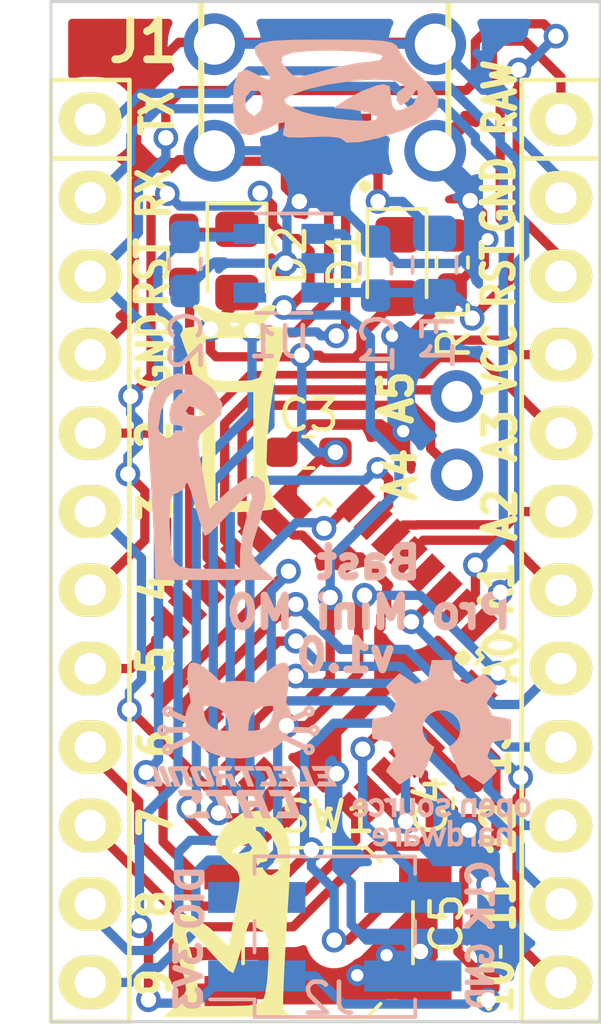
<source format=kicad_pcb>
(kicad_pcb (version 20171130) (host pcbnew "(5.1.0-0)")
  (title_block (title "Bast Pro Mini M0 ") (date 2019-11-15) (rev 1.0) (company "Electronic Cats") (comment 1 "Eduardo Contreras") (comment 2 "Andres Sabas") (comment 3 "Edgar Capuchino"))
  (layers (0 F.Cu signal hide) (31 B.Cu signal hide) (34 B.Paste user) (35 F.Paste user) (36 B.SilkS user) (37 F.SilkS user hide) (38 B.Mask user) (39 F.Mask user hide) (44 Edge.Cuts user))
  (net 0 "")
  (net 1 "/1(Tx)")
  (net 2 "/0(Rx)")
  (net 3 GND)
  (net 4 /2)
  (net 5 "/3(**)")
  (net 6 /4)
  (net 7 "/5(**)")
  (net 8 "/6(**)")
  (net 9 /7)
  (net 10 /8)
  (net 11 "/9(**)")
  (net 12 VCC)
  (net 13 /A3)
  (net 14 /A2)
  (net 15 /A1)
  (net 16 /A0)
  (net 17 "/13(SCK)")
  (net 18 "/12(MISO)")
  (net 19 "/11(**/MOSI)")
  (net 20 "/10(**/SS)")
  (net 21 +3V3)
  (net 22 "Net-(C4-Pad1)")
  (net 23 "Net-(D1-Pad1)")
  (net 24 "Net-(D2-Pad1)")
  (net 25 "Net-(F1-Pad2)")
  (net 26 "Net-(J1-Pad4)")
  (net 27 /SWDIO)
  (net 28 /SWCLK)
  (net 29 /SDA)
  (net 30 /SCL)
  (net 31 /RESET)
  (net 32 /D-)
  (net 33 /D+)
  (net 34 /LED)
  (net 35 "Net-(U2-Pad4)")
  (module Connectors:U254051N4BH806 (layer F.Cu) (at 146.025 83.625 180)
    (fp_text reference J1 (at 5.875 1.05 180) (layer F.SilkS) (effects (font (size 1.27 1.27) (thickness 0.254))))
    (fp_text value USB_B_Micro hide)
    (pad 1 smd rect (at -1.3 -2.185 180) (size 0.4 1.8) (layers F.Cu F.Paste F.Mask) (net 25 "Net-(F1-Pad2)"))
    (pad 2 smd rect (at -0.65 -2.185 180) (size 0.4 1.8) (layers F.Cu F.Paste F.Mask) (net 32 /D-))
    (pad 3 smd rect (at 0 -2.185 180) (size 0.4 1.8) (layers F.Cu F.Paste F.Mask) (net 33 /D+))
    (pad 4 smd rect (at 0.65 -2.185 180) (size 0.4 1.8) (layers F.Cu F.Paste F.Mask) (net 26 "Net-(J1-Pad4)"))
    (pad 5 smd rect (at 1.3 -2.185 180) (size 0.4 1.8) (layers F.Cu F.Paste F.Mask) (net 3 GND))
    (pad 5 thru_hole circle (at -3.575 0.965 180) (size 2 2) (drill 1.3285) (layers *.Cu *.Mask) (net 3 GND))
    (pad 5 thru_hole circle (at 3.575 0.965 180) (size 2 2) (drill 1.3285) (layers *.Cu *.Mask) (net 3 GND))
    (pad 5 thru_hole circle (at 3.575 -2.485 180) (size 2 2) (drill 1.3285) (layers *.Cu *.Mask) (net 3 GND))
    (pad 5 thru_hole circle (at -3.575 -2.485 180) (size 2 2) (drill 1.3285) (layers *.Cu *.Mask) (net 3 GND))
    (pad MH5 np_thru_hole circle (at -2 -1.165 180) (size 0.65 0) (drill 0.65) (layers *.Cu *.Mask))
    (pad MH6 np_thru_hole circle (at 2 -1.165 180) (size 0.65 0) (drill 0.65) (layers *.Cu *.Mask))
  )
  (module LED_SMD:LED_0805_2012Metric_Pad1.15x1.40mm_HandSolder (layer F.Cu) (at 143.18 89.675 270)
    (fp_text reference D2 (at -0.175 -1.72 270) (layer F.SilkS))
    (fp_text value LED)
    (pad 2 smd roundrect (at 1.025 0 270) (size 1.15 1.4) (layers F.Cu F.Paste F.Mask) (roundrect_rratio 0.217391) (net 21 +3V3))
    (pad 1 smd roundrect (at -1.025 0 270) (size 1.15 1.4) (layers F.Cu F.Paste F.Mask) (roundrect_rratio 0.217391) (net 24 "Net-(D2-Pad1)"))
  )
  (module Connector_PinHeader_2.54mm:PinHeader_1x02_P2.54mm_Vertical (layer F.Cu) (at 150.3 96.6 180)
    (fp_text reference P2 hide)
    (fp_text value ADC)
    (pad 1 thru_hole circle (at 0 0 180) (size 1.7 1.7) (drill 1) (layers *.Cu *.Mask) (net 29 /SDA))
    (pad 2 thru_hole oval (at 0 2.54 180) (size 1.7 1.7) (drill 1) (layers *.Cu *.Mask) (net 30 /SCL))
  )
  (module LOGO (layer B.Cu) (at 142.4 96.65 180)
    (fp_text reference G*** hide)
    (fp_text value LOGO hide)
  )
  (module LOGO (layer B.Cu) (at 146.4 84.1 180)
    (fp_text reference G*** hide)
    (fp_text value LOGO hide)
  )
  (module LOGO (layer F.Cu) (at 143.1 94.45)
    (fp_text reference G*** hide)
    (fp_text value LOGO hide)
  )
  (module LOGO (layer F.Cu) (at 142.8 110.8)
    (fp_text reference G*** hide)
    (fp_text value LOGO hide)
  )
  (module Socket_Arduino_Pro_Mini:Socket_Strip_Arduino_1x12 (layer F.Cu) (at 138.43 85.09 270)
    (fp_text reference P1 hide)
    (fp_text value Digital)
    (pad 1 thru_hole oval (at 0 0 270) (size 1.7272 2.032) (drill 1.016) (layers *.Cu *.Mask F.SilkS) (net 1 "/1(Tx)"))
    (pad 2 thru_hole oval (at 2.54 0 270) (size 1.7272 2.032) (drill 1.016) (layers *.Cu *.Mask F.SilkS) (net 2 "/0(Rx)"))
    (pad 3 thru_hole oval (at 5.08 0 270) (size 1.7272 2.032) (drill 1.016) (layers *.Cu *.Mask F.SilkS) (net 31 /RESET))
    (pad 4 thru_hole oval (at 7.62 0 270) (size 1.7272 2.032) (drill 1.016) (layers *.Cu *.Mask F.SilkS) (net 3 GND))
    (pad 5 thru_hole oval (at 10.16 0 270) (size 1.7272 2.032) (drill 1.016) (layers *.Cu *.Mask F.SilkS) (net 4 /2))
    (pad 6 thru_hole oval (at 12.7 0 270) (size 1.7272 2.032) (drill 1.016) (layers *.Cu *.Mask F.SilkS) (net 5 "/3(**)"))
    (pad 7 thru_hole oval (at 15.24 0 270) (size 1.7272 2.032) (drill 1.016) (layers *.Cu *.Mask F.SilkS) (net 6 /4))
    (pad 8 thru_hole oval (at 17.78 0 270) (size 1.7272 2.032) (drill 1.016) (layers *.Cu *.Mask F.SilkS) (net 7 "/5(**)"))
    (pad 9 thru_hole oval (at 20.32 0 270) (size 1.7272 2.032) (drill 1.016) (layers *.Cu *.Mask F.SilkS) (net 8 "/6(**)"))
    (pad 10 thru_hole oval (at 22.86 0 270) (size 1.7272 2.032) (drill 1.016) (layers *.Cu *.Mask F.SilkS) (net 9 /7))
    (pad 11 thru_hole oval (at 25.4 0 270) (size 1.7272 2.032) (drill 1.016) (layers *.Cu *.Mask F.SilkS) (net 10 /8))
    (pad 12 thru_hole oval (at 27.94 0 270) (size 1.7272 2.032) (drill 1.016) (layers *.Cu *.Mask F.SilkS) (net 11 "/9(**)"))
  )
  (module Socket_Arduino_Pro_Mini:Socket_Strip_Arduino_1x12 (layer F.Cu) (at 153.67 85.09 270)
    (fp_text reference P3)
    (fp_text value Analog)
    (pad 1 thru_hole oval (at 0 0 270) (size 1.7272 2.032) (drill 1.016) (layers *.Cu *.Mask F.SilkS) (net 12 VCC))
    (pad 2 thru_hole oval (at 2.54 0 270) (size 1.7272 2.032) (drill 1.016) (layers *.Cu *.Mask F.SilkS) (net 3 GND))
    (pad 3 thru_hole oval (at 5.08 0 270) (size 1.7272 2.032) (drill 1.016) (layers *.Cu *.Mask F.SilkS) (net 31 /RESET))
    (pad 4 thru_hole oval (at 7.62 0 270) (size 1.7272 2.032) (drill 1.016) (layers *.Cu *.Mask F.SilkS) (net 21 +3V3))
    (pad 5 thru_hole oval (at 10.16 0 270) (size 1.7272 2.032) (drill 1.016) (layers *.Cu *.Mask F.SilkS) (net 13 /A3))
    (pad 6 thru_hole oval (at 12.7 0 270) (size 1.7272 2.032) (drill 1.016) (layers *.Cu *.Mask F.SilkS) (net 14 /A2))
    (pad 7 thru_hole oval (at 15.24 0 270) (size 1.7272 2.032) (drill 1.016) (layers *.Cu *.Mask F.SilkS) (net 15 /A1))
    (pad 8 thru_hole oval (at 17.78 0 270) (size 1.7272 2.032) (drill 1.016) (layers *.Cu *.Mask F.SilkS) (net 16 /A0))
    (pad 9 thru_hole oval (at 20.32 0 270) (size 1.7272 2.032) (drill 1.016) (layers *.Cu *.Mask F.SilkS) (net 17 "/13(SCK)"))
    (pad 10 thru_hole oval (at 22.86 0 270) (size 1.7272 2.032) (drill 1.016) (layers *.Cu *.Mask F.SilkS) (net 18 "/12(MISO)"))
    (pad 11 thru_hole oval (at 25.4 0 270) (size 1.7272 2.032) (drill 1.016) (layers *.Cu *.Mask F.SilkS) (net 19 "/11(**/MOSI)"))
    (pad 12 thru_hole oval (at 27.94 0 270) (size 1.7272 2.032) (drill 1.016) (layers *.Cu *.Mask F.SilkS) (net 20 "/10(**/SS)"))
  )
  (module Fuse:Fuse_0805_2012Metric_Pad1.15x1.40mm_HandSolder (layer B.Cu) (at 149.578336 89.807959 90)
    (fp_text reference F1 (at -2.492041 0.121664 90) (layer B.SilkS) (effects (justify mirror)))
    (fp_text value 500mA)
    (pad 1 smd roundrect (at -1.025 0 90) (size 1.15 1.4) (layers B.Cu B.Paste B.Mask) (roundrect_rratio 0.217391) (net 12 VCC))
    (pad 2 smd roundrect (at 1.025 0 90) (size 1.15 1.4) (layers B.Cu B.Paste B.Mask) (roundrect_rratio 0.217391) (net 25 "Net-(F1-Pad2)"))
  )
  (module Package_TO_SOT_SMD:SOT-23-5 (layer B.Cu) (at 144.7 89.75 180)
    (fp_text reference U1 (at 0.15 -2.55 180) (layer B.SilkS) (effects (justify mirror)))
    (fp_text value AP2112K-3.3TRG1)
    (pad 1 smd rect (at -1.1 0.95 180) (size 1.06 0.65) (layers B.Cu B.Paste B.Mask) (net 12 VCC))
    (pad 2 smd rect (at -1.1 0 180) (size 1.06 0.65) (layers B.Cu B.Paste B.Mask) (net 3 GND))
    (pad 3 smd rect (at -1.1 -0.95 180) (size 1.06 0.65) (layers B.Cu B.Paste B.Mask) (net 12 VCC))
    (pad 4 smd rect (at 1.1 -0.95 180) (size 1.06 0.65) (layers B.Cu B.Paste B.Mask))
    (pad 5 smd rect (at 1.1 0.95 180) (size 1.06 0.65) (layers B.Cu B.Paste B.Mask) (net 21 +3V3))
  )
  (module Package_QFP:LQFP-32_7x7mm_P0.8mm (layer F.Cu) (at 146 102.5 225)
    (fp_text reference U2)
    (fp_text value ATSAMD21E18A-AF)
    (pad 1 smd rect (at -4.25 -2.8 225) (size 1.2 0.6) (layers F.Cu F.Paste F.Mask) (net 1 "/1(Tx)"))
    (pad 2 smd rect (at -4.25 -2 225) (size 1.2 0.6) (layers F.Cu F.Paste F.Mask) (net 2 "/0(Rx)"))
    (pad 3 smd rect (at -4.25 -1.2 225) (size 1.2 0.6) (layers F.Cu F.Paste F.Mask) (net 16 /A0))
    (pad 4 smd rect (at -4.25 -0.4 225) (size 1.2 0.6) (layers F.Cu F.Paste F.Mask) (net 35 "Net-(U2-Pad4)"))
    (pad 5 smd rect (at -4.25 0.4 225) (size 1.2 0.6) (layers F.Cu F.Paste F.Mask) (net 15 /A1))
    (pad 6 smd rect (at -4.25 1.2 225) (size 1.2 0.6) (layers F.Cu F.Paste F.Mask) (net 14 /A2))
    (pad 7 smd rect (at -4.25 2 225) (size 1.2 0.6) (layers F.Cu F.Paste F.Mask) (net 10 /8))
    (pad 8 smd rect (at -4.25 2.8 225) (size 1.2 0.6) (layers F.Cu F.Paste F.Mask) (net 11 "/9(**)"))
    (pad 9 smd rect (at -2.8 4.25 315) (size 1.2 0.6) (layers F.Cu F.Paste F.Mask) (net 21 +3V3))
    (pad 10 smd rect (at -2 4.25 315) (size 1.2 0.6) (layers F.Cu F.Paste F.Mask) (net 3 GND))
    (pad 11 smd rect (at -1.2 4.25 315) (size 1.2 0.6) (layers F.Cu F.Paste F.Mask) (net 29 /SDA))
    (pad 12 smd rect (at -0.4 4.25 315) (size 1.2 0.6) (layers F.Cu F.Paste F.Mask) (net 30 /SCL))
    (pad 13 smd rect (at 0.4 4.25 315) (size 1.2 0.6) (layers F.Cu F.Paste F.Mask) (net 13 /A3))
    (pad 14 smd rect (at 1.2 4.25 315) (size 1.2 0.6) (layers F.Cu F.Paste F.Mask) (net 34 /LED))
    (pad 15 smd rect (at 2 4.25 315) (size 1.2 0.6) (layers F.Cu F.Paste F.Mask) (net 4 /2))
    (pad 16 smd rect (at 2.8 4.25 315) (size 1.2 0.6) (layers F.Cu F.Paste F.Mask) (net 7 "/5(**)"))
    (pad 17 smd rect (at 4.25 2.8 225) (size 1.2 0.6) (layers F.Cu F.Paste F.Mask) (net 19 "/11(**/MOSI)"))
    (pad 18 smd rect (at 4.25 2 225) (size 1.2 0.6) (layers F.Cu F.Paste F.Mask) (net 17 "/13(SCK)"))
    (pad 19 smd rect (at 4.25 1.2 225) (size 1.2 0.6) (layers F.Cu F.Paste F.Mask) (net 20 "/10(**/SS)"))
    (pad 20 smd rect (at 4.25 0.4 225) (size 1.2 0.6) (layers F.Cu F.Paste F.Mask) (net 18 "/12(MISO)"))
    (pad 21 smd rect (at 4.25 -0.4 225) (size 1.2 0.6) (layers F.Cu F.Paste F.Mask) (net 6 /4))
    (pad 22 smd rect (at 4.25 -1.2 225) (size 1.2 0.6) (layers F.Cu F.Paste F.Mask) (net 5 "/3(**)"))
    (pad 23 smd rect (at 4.25 -2 225) (size 1.2 0.6) (layers F.Cu F.Paste F.Mask) (net 32 /D-))
    (pad 24 smd rect (at 4.25 -2.8 225) (size 1.2 0.6) (layers F.Cu F.Paste F.Mask) (net 33 /D+))
    (pad 25 smd rect (at 2.8 -4.25 315) (size 1.2 0.6) (layers F.Cu F.Paste F.Mask) (net 8 "/6(**)"))
    (pad 26 smd rect (at 2 -4.25 315) (size 1.2 0.6) (layers F.Cu F.Paste F.Mask) (net 31 /RESET))
    (pad 27 smd rect (at 1.2 -4.25 315) (size 1.2 0.6) (layers F.Cu F.Paste F.Mask) (net 9 /7))
    (pad 28 smd rect (at 0.4 -4.25 315) (size 1.2 0.6) (layers F.Cu F.Paste F.Mask) (net 3 GND))
    (pad 29 smd rect (at -0.4 -4.25 315) (size 1.2 0.6) (layers F.Cu F.Paste F.Mask) (net 22 "Net-(C4-Pad1)"))
    (pad 30 smd rect (at -1.2 -4.25 315) (size 1.2 0.6) (layers F.Cu F.Paste F.Mask) (net 21 +3V3))
    (pad 31 smd rect (at -2 -4.25 315) (size 1.2 0.6) (layers F.Cu F.Paste F.Mask) (net 28 /SWCLK))
    (pad 32 smd rect (at -2.8 -4.25 315) (size 1.2 0.6) (layers F.Cu F.Paste F.Mask) (net 27 /SWDIO))
  )
  (module Connector_PinHeader_2.54mm:PinHeader_2x02_P2.54mm_Vertical_SMD (layer B.Cu) (at 146.35 111.55)
    (fp_text reference J2 (at -0.2 2) (layer B.SilkS) (effects (justify mirror)))
    (fp_text value Conn_02x02_Odd_Even)
    (pad 1 smd rect (at -2.525 1.27) (size 3.15 1) (layers B.Cu B.Paste B.Mask) (net 21 +3V3))
    (pad 2 smd rect (at 2.525 1.27) (size 3.15 1) (layers B.Cu B.Paste B.Mask) (net 3 GND))
    (pad 3 smd rect (at -2.525 -1.27) (size 3.15 1) (layers B.Cu B.Paste B.Mask) (net 27 /SWDIO))
    (pad 4 smd rect (at 2.525 -1.27) (size 3.15 1) (layers B.Cu B.Paste B.Mask) (net 28 /SWCLK))
  )
  (module Aesthetics:electronic_cats_logo_4x3 (layer B.Cu) (at 143.23 105.2 180)
    (fp_text reference G*** hide)
    (fp_text value LOGO hide)
  )
  (module Symbols:OSHW-Logo_5.7x6mm_SilkScreen (layer B.Cu) (at 149.81 105.61 180)
    (fp_text reference REF*** hide)
    (fp_text value OSHW-Logo_5.7x6mm_SilkScreen hide)
  )
  (module Capacitor_SMD:C_0603_1608Metric_Pad1.05x0.95mm_HandSolder (layer B.Cu) (at 147.670336 89.921959 90)
    (fp_text reference C1 (at -2.428041 0.079664 90) (layer B.SilkS) (effects (justify mirror)))
    (fp_text value 1uF)
    (pad 1 smd roundrect (at -0.875 0 90) (size 1.05 0.95) (layers B.Cu B.Paste B.Mask) (net 12 VCC))
    (pad 2 smd roundrect (at 0.875 0 90) (size 1.05 0.95) (layers B.Cu B.Paste B.Mask) (net 3 GND))
  )
  (module Capacitor_SMD:C_0603_1608Metric_Pad1.05x0.95mm_HandSolder (layer B.Cu) (at 141.5 89.775 270)
    (fp_text reference C2 (at 2.475 -0.05 270) (layer B.SilkS) (effects (justify mirror)))
    (fp_text value 1uF)
    (pad 1 smd roundrect (at -0.875 0 270) (size 1.05 0.95) (layers B.Cu B.Paste B.Mask) (net 21 +3V3))
    (pad 2 smd roundrect (at 0.875 0 270) (size 1.05 0.95) (layers B.Cu B.Paste B.Mask) (net 3 GND))
  )
  (module Capacitor_SMD:C_0603_1608Metric_Pad1.05x0.95mm_HandSolder (layer F.Cu) (at 145.495 95.87 180)
    (fp_text reference C3 (at -0.005 1.195 180) (layer F.SilkS))
    (fp_text value 0.1uF)
    (pad 1 smd roundrect (at -0.875 0 180) (size 1.05 0.95) (layers F.Cu F.Paste F.Mask) (net 21 +3V3))
    (pad 2 smd roundrect (at 0.875 0 180) (size 1.05 0.95) (layers F.Cu F.Paste F.Mask) (net 3 GND))
  )
  (module Capacitor_SMD:C_0603_1608Metric_Pad1.05x0.95mm_HandSolder (layer F.Cu) (at 150.69 107.225 270)
    (fp_text reference C4 (at 0.075 1.225 270) (layer F.SilkS))
    (fp_text value 0.1uF)
    (pad 2 smd roundrect (at 0.875 0 270) (size 1.05 0.95) (layers F.Cu F.Paste F.Mask) (net 3 GND))
    (pad 1 smd roundrect (at -0.875 0 270) (size 1.05 0.95) (layers F.Cu F.Paste F.Mask) (net 22 "Net-(C4-Pad1)"))
  )
  (module Capacitor_SMD:C_0603_1608Metric_Pad1.05x0.95mm_HandSolder (layer F.Cu) (at 151.21 112.04 90)
    (fp_text reference C5 (at 0.9 -1.25 90) (layer F.SilkS))
    (fp_text value 0.1uF)
    (pad 2 smd roundrect (at 0.875 0 90) (size 1.05 0.95) (layers F.Cu F.Paste F.Mask) (net 3 GND))
    (pad 1 smd roundrect (at -0.875 0 90) (size 1.05 0.95) (layers F.Cu F.Paste F.Mask) (net 21 +3V3))
  )
  (module LED_SMD:LED_0805_2012Metric_Pad1.15x1.40mm_HandSolder (layer F.Cu) (at 148.36 89.855 270)
    (fp_text reference D1 (at -0.275 1.7 270) (layer F.SilkS))
    (fp_text value POWER)
    (pad 1 smd roundrect (at -1.025 0 270) (size 1.15 1.4) (layers F.Cu F.Paste F.Mask) (roundrect_rratio 0.217391) (net 23 "Net-(D1-Pad1)"))
    (pad 2 smd roundrect (at 1.025 0 270) (size 1.15 1.4) (layers F.Cu F.Paste F.Mask) (roundrect_rratio 0.217391) (net 21 +3V3))
  )
  (module Resistor_SMD:R_0603_1608Metric_Pad1.05x0.95mm_HandSolder (layer F.Cu) (at 150.15 89.725 270)
    (fp_text reference R1 (at 2.175 -0.05 270) (layer F.SilkS))
    (fp_text value 330)
    (pad 1 smd roundrect (at -0.875 0 270) (size 1.05 0.95) (layers F.Cu F.Paste F.Mask) (net 23 "Net-(D1-Pad1)"))
    (pad 2 smd roundrect (at 0.875 0 270) (size 1.05 0.95) (layers F.Cu F.Paste F.Mask) (net 3 GND))
  )
  (module Resistor_SMD:R_0603_1608Metric_Pad1.05x0.95mm_HandSolder (layer F.Cu) (at 141.46 89.545 270)
    (fp_text reference R2 hide)
    (fp_text value 330)
    (pad 2 smd roundrect (at 0.875 0 270) (size 1.05 0.95) (layers F.Cu F.Paste F.Mask) (net 34 /LED))
    (pad 1 smd roundrect (at -0.875 0 270) (size 1.05 0.95) (layers F.Cu F.Paste F.Mask) (net 24 "Net-(D2-Pad1)"))
  )
  (module Button_Switch_SMD:SW_SPST_TL3342 (layer F.Cu) (at 146.13 111.42)
    (fp_text reference SW1 (at 0 -3.75) (layer F.SilkS))
    (fp_text value SW_DPST_x2)
    (pad 1 smd rect (at -3.15 -1.9) (size 1.7 1) (layers F.Cu F.Paste F.Mask) (net 31 /RESET))
    (pad 1 smd rect (at 3.15 -1.9) (size 1.7 1) (layers F.Cu F.Paste F.Mask) (net 31 /RESET))
    (pad 2 smd rect (at -3.15 1.9) (size 1.7 1) (layers F.Cu F.Paste F.Mask) (net 3 GND))
    (pad 2 smd rect (at 3.15 1.9) (size 1.7 1) (layers F.Cu F.Paste F.Mask) (net 3 GND))
  )
  (gr_text 8 (at 140.5 110.5 90) (layer F.SilkS) (effects (font (size 1 0.9) (thickness 0.225))))
  (gr_text v1.0 (at 146.7 102.45) (layer B.SilkS) (effects (font (size 1 1) (thickness 0.25)) (justify mirror)))
  (gr_text . (at 150.5 101.5) (layer F.SilkS) (effects (font (size 2.5 2.5) (thickness 0.3)) (justify mirror)))
  (gr_text 3V3 (at 141.625 112.825 90) (layer B.SilkS) (effects (font (size 0.8 0.8) (thickness 0.2)) (justify mirror)))
  (gr_text DIO (at 141.675 110.3 90) (layer B.SilkS) (effects (font (size 0.8 0.8) (thickness 0.2)) (justify mirror)))
  (gr_text GND (at 151.075 112.825 90) (layer B.SilkS) (effects (font (size 0.8 0.7) (thickness 0.175)) (justify mirror)))
  (gr_text CLK (at 151.075 110.225 90) (layer B.SilkS) (effects (font (size 0.8 0.8) (thickness 0.2)) (justify mirror)))
  (gr_text RST (at 140.45 90.05 90) (layer F.SilkS) (effects (font (size 1 0.8) (thickness 0.2))))
  (gr_text RX (at 140.5 87.5 90) (layer F.SilkS) (effects (font (size 1 0.8) (thickness 0.2))))
  (gr_text TX (at 140.6 84.9 90) (layer F.SilkS) (effects (font (size 1 0.8) (thickness 0.2))))
  (gr_text GND (at 140.5 92.6 90) (layer F.SilkS) (effects (font (size 1 0.8) (thickness 0.2))))
  (gr_text A5 (at 148.35 94.1 90) (layer F.SilkS) (effects (font (size 1 0.9) (thickness 0.225))))
  (gr_text A4 (at 148.45 96.6 90) (layer F.SilkS) (effects (font (size 1 0.9) (thickness 0.225))))
  (gr_text 2 (at 140.5 95.3 90) (layer F.SilkS) (effects (font (size 1 0.9) (thickness 0.225))))
  (gr_text 3 (at 140.55 97.65 90) (layer F.SilkS) (effects (font (size 1 0.9) (thickness 0.225))))
  (gr_text 4 (at 140.6 100.25 90) (layer F.SilkS) (effects (font (size 1 0.9) (thickness 0.225))))
  (gr_text 5 (at 140.5 102.6 90) (layer F.SilkS) (effects (font (size 1 0.9) (thickness 0.225))))
  (gr_text 6 (at 140.55 105.3 90) (layer F.SilkS) (effects (font (size 1 0.9) (thickness 0.225))))
  (gr_text 7 (at 140.55 107.85 90) (layer F.SilkS) (effects (font (size 1 0.9) (thickness 0.225))))
  (gr_text 9 (at 140.5 113.05 90) (layer F.SilkS) (effects (font (size 1 0.9) (thickness 0.225))))
  (gr_text 10 (at 151.6 113.15 90) (layer F.SilkS) (effects (font (size 1 0.9) (thickness 0.225))))
  (gr_text 11 (at 151.65 110.5 90) (layer F.SilkS) (effects (font (size 1 0.9) (thickness 0.225))))
  (gr_text 12 (at 151.65 108.05 90) (layer F.SilkS) (effects (font (size 1 0.9) (thickness 0.225))))
  (gr_text 13 (at 151.5 105.5 90) (layer F.SilkS) (effects (font (size 1 0.9) (thickness 0.225))))
  (gr_text A0 (at 151.75 102.5 90) (layer F.SilkS) (effects (font (size 1 0.9) (thickness 0.225))))
  (gr_text A1 (at 151.6 100.25 90) (layer F.SilkS) (effects (font (size 1 0.9) (thickness 0.225))))
  (gr_text A2 (at 151.7 97.9 90) (layer F.SilkS) (effects (font (size 1 0.9) (thickness 0.225))))
  (gr_text A3 (at 151.7 95.35 90) (layer F.SilkS) (effects (font (size 1 0.9) (thickness 0.225))))
  (gr_text VCC (at 151.7 92.85 90) (layer F.SilkS) (effects (font (size 1 0.8) (thickness 0.2))))
  (gr_text RST (at 151.65 90.1 90) (layer F.SilkS) (effects (font (size 1 0.8) (thickness 0.2))))
  (gr_text GND (at 151.65 87.55 90) (layer F.SilkS) (effects (font (size 1 0.8) (thickness 0.2))))
  (gr_text RAW (at 151.7 84.4 90) (layer F.SilkS) (effects (font (size 1 0.8) (thickness 0.2))))
  (gr_text "Bast\nPro Mini M0" (at 147.45 100.25) (layer B.SilkS) (effects (font (size 1 1) (thickness 0.25)) (justify mirror)))
  (gr_line (start 154.94 114.3) (end 137.16 114.3) (angle 90) (layer Edge.Cuts) (width 0.1))
  (gr_line (start 154.94 81.28) (end 154.94 114.3) (angle 90) (layer Edge.Cuts) (width 0.1))
  (gr_line (start 137.16 81.28) (end 154.94 81.28) (angle 90) (layer Edge.Cuts) (width 0.1))
  (gr_line (start 137.16 114.3) (end 137.16 81.28) (angle 90) (layer Edge.Cuts) (width 0.1))
  (via (at 151.71 100.4) (size 0.8) (drill 0.5) (layers F.Cu B.Cu) (net 1))
  (segment (start 150.985103 101.474695) (end 151.85 100.609798) (width 0.3) (layer F.Cu) (net 1))
  (segment (start 151.85 100.609798) (end 151.85 100.45) (width 0.3) (layer F.Cu) (net 1))
  (segment (start 151.81 100.41) (end 151.85 100.45) (width 0.3) (layer B.Cu) (net 1))
  (segment (start 151.68 100.41) (end 151.81 100.41) (width 0.3) (layer B.Cu) (net 1))
  (segment (start 152.19 99.9) (end 151.68 100.41) (width 0.3) (layer B.Cu) (net 1))
  (segment (start 151.703979 85.685142) (end 151.703979 85.866146) (width 0.3) (layer B.Cu) (net 1))
  (segment (start 151.3 85.281163) (end 151.703979 85.685142) (width 0.3) (layer B.Cu) (net 1))
  (segment (start 151.703982 85.685145) (end 151.703982 85.866152) (width 0.3) (layer B.Cu) (net 1))
  (segment (start 152.500012 89.471285) (end 152.30399 89.667307) (width 0.3) (layer B.Cu) (net 1))
  (segment (start 152.30399 88.235864) (end 152.500013 88.431887) (width 0.3) (layer B.Cu) (net 1))
  (segment (start 151.3 85.281163) (end 151.703982 85.685145) (width 0.3) (layer B.Cu) (net 1))
  (segment (start 152.30399 86.46616) (end 152.30399 88.235864) (width 0.3) (layer B.Cu) (net 1))
  (segment (start 152.500013 88.431887) (end 152.500012 89.471285) (width 0.3) (layer B.Cu) (net 1))
  (segment (start 152.30399 89.667307) (end 152.30399 99.80601) (width 0.3) (layer B.Cu) (net 1))
  (segment (start 152.30399 99.80601) (end 152.109999 100.000001) (width 0.3) (layer B.Cu) (net 1))
  (segment (start 152.109999 100.000001) (end 151.71 100.4) (width 0.3) (layer B.Cu) (net 1))
  (segment (start 139.235 85.09) (end 138.43 85.09) (width 0.3) (layer B.Cu) (net 1))
  (segment (start 140.07501 84.24999) (end 139.235 85.09) (width 0.3) (layer B.Cu) (net 1))
  (segment (start 142.858012 84.24999) (end 140.07501 84.24999) (width 0.3) (layer B.Cu) (net 1))
  (segment (start 143.583013 83.524989) (end 142.858012 84.24999) (width 0.3) (layer B.Cu) (net 1))
  (segment (start 148.466987 83.524989) (end 143.583013 83.524989) (width 0.3) (layer B.Cu) (net 1))
  (segment (start 150.028838 84.010001) (end 148.951999 84.010001) (width 0.3) (layer B.Cu) (net 1))
  (segment (start 148.951999 84.010001) (end 148.466987 83.524989) (width 0.3) (layer B.Cu) (net 1))
  (segment (start 151.3 85.281163) (end 150.028838 84.010001) (width 0.3) (layer B.Cu) (net 1))
  (segment (start 151.703982 85.866152) (end 152.30399 86.46616) (width 0.3) (layer B.Cu) (net 1))
  (via (at 150.9 99.516979) (size 0.8) (drill 0.5) (layers F.Cu B.Cu) (net 2))
  (segment (start 150.419417 100.90901) (end 150.9 100.428427) (width 0.3) (layer F.Cu) (net 2))
  (segment (start 150.9 100.428427) (end 150.9 99.516979) (width 0.3) (layer F.Cu) (net 2))
  (segment (start 138.5824 87.63) (end 138.43 87.63) (width 0.3) (layer B.Cu) (net 2))
  (segment (start 139.746 86.4664) (end 138.5824 87.63) (width 0.3) (layer B.Cu) (net 2))
  (segment (start 139.746 85.614) (end 139.746 86.4664) (width 0.3) (layer B.Cu) (net 2))
  (segment (start 140.61 84.75) (end 139.746 85.614) (width 0.3) (layer B.Cu) (net 2))
  (segment (start 143.065124 84.75) (end 140.61 84.75) (width 0.3) (layer B.Cu) (net 2))
  (segment (start 143.532999 84.282999) (end 143.532125 84.282999) (width 0.3) (layer B.Cu) (net 2))
  (segment (start 143.532125 84.282999) (end 143.065124 84.75) (width 0.3) (layer B.Cu) (net 2))
  (segment (start 143.790998 84.025) (end 143.532999 84.282999) (width 0.3) (layer B.Cu) (net 2))
  (segment (start 150.90001 85.659006) (end 149.811004 84.57) (width 0.3) (layer B.Cu) (net 2))
  (segment (start 148.259002 84.025) (end 143.790998 84.025) (width 0.3) (layer B.Cu) (net 2))
  (segment (start 149.811004 84.57) (end 148.804002 84.57) (width 0.3) (layer B.Cu) (net 2))
  (segment (start 150.90001 85.84001) (end 150.90001 85.659006) (width 0.3) (layer B.Cu) (net 2))
  (segment (start 151.80398 88.442976) (end 151.803979 86.743979) (width 0.3) (layer B.Cu) (net 2))
  (segment (start 148.804002 84.57) (end 148.259002 84.025) (width 0.3) (layer B.Cu) (net 2))
  (segment (start 151.803979 89.460196) (end 152.000002 89.264173) (width 0.3) (layer B.Cu) (net 2))
  (segment (start 152.000002 88.638998) (end 151.80398 88.442976) (width 0.3) (layer B.Cu) (net 2))
  (segment (start 152.000002 89.264173) (end 152.000002 88.638998) (width 0.3) (layer B.Cu) (net 2))
  (segment (start 151.803979 98.613) (end 151.803979 89.460196) (width 0.3) (layer B.Cu) (net 2))
  (segment (start 151.803979 86.743979) (end 150.90001 85.84001) (width 0.3) (layer B.Cu) (net 2))
  (segment (start 150.9 99.516979) (end 151.803979 98.613) (width 0.3) (layer B.Cu) (net 2))
  (segment (start 142.175 82.6) (end 149.925 82.6) (width 0.3) (layer F.Cu) (net 3))
  (via (at 145.2 87.75) (size 0.8) (drill 0.5) (layers F.Cu B.Cu) (net 3))
  (segment (start 144.75 86.45) (end 144.75 87.3) (width 0.3) (layer F.Cu) (net 3))
  (segment (start 144.75 87.3) (end 145.2 87.75) (width 0.3) (layer F.Cu) (net 3))
  (segment (start 147.171264 88.547887) (end 147.670336 89.046959) (width 0.3) (layer B.Cu) (net 3))
  (segment (start 146.698376 88.074999) (end 147.171264 88.547887) (width 0.3) (layer B.Cu) (net 3))
  (segment (start 146.090684 88.074999) (end 146.698376 88.074999) (width 0.3) (layer B.Cu) (net 3))
  (segment (start 145.765685 87.75) (end 146.090684 88.074999) (width 0.3) (layer B.Cu) (net 3))
  (segment (start 145.2 87.75) (end 145.765685 87.75) (width 0.3) (layer B.Cu) (net 3))
  (segment (start 148.875 112.82) (end 149.95 112.82) (width 0.3) (layer B.Cu) (net 3))
  (segment (start 143.925044 96.274956) (end 144.000928 96.199072) (width 0.3) (layer F.Cu) (net 3))
  (segment (start 143.925044 97.596617) (end 143.925044 96.274956) (width 0.3) (layer F.Cu) (net 3))
  (segment (start 144.40901 98.080583) (end 143.925044 97.596617) (width 0.3) (layer F.Cu) (net 3))
  (segment (start 144.000928 96.199072) (end 144.5 95.7) (width 0.3) (layer F.Cu) (net 3))
  (segment (start 144.800001 88.149999) (end 145.2 87.75) (width 0.3) (layer B.Cu) (net 3))
  (segment (start 144.800001 89.580001) (end 144.800001 88.149999) (width 0.3) (layer B.Cu) (net 3))
  (segment (start 144.97 89.75) (end 144.800001 89.580001) (width 0.3) (layer B.Cu) (net 3))
  (segment (start 145.8 89.75) (end 144.97 89.75) (width 0.3) (layer B.Cu) (net 3))
  (via (at 144.75 89.75) (size 0.8) (drill 0.5) (layers F.Cu B.Cu) (net 3))
  (segment (start 145.8 89.75) (end 144.75 89.75) (width 0.3) (layer B.Cu) (net 3))
  (segment (start 142.375 86.45) (end 142.325 86.4) (width 0.3) (layer F.Cu) (net 3))
  (segment (start 144.75 86.45) (end 142.375 86.45) (width 0.3) (layer F.Cu) (net 3))
  (segment (start 147.65 95.05) (end 148.5 95.05) (width 0.3) (layer F.Cu) (net 3))
  (segment (start 144.53 95.85) (end 145.389978 94.990022) (width 0.3) (layer F.Cu) (net 3))
  (segment (start 147.6 95) (end 147.65 95.05) (width 0.3) (layer F.Cu) (net 3))
  (segment (start 147.934315 95.05) (end 148.5 95.05) (width 0.3) (layer F.Cu) (net 3))
  (segment (start 147.874337 94.990022) (end 147.934315 95.05) (width 0.3) (layer F.Cu) (net 3))
  (segment (start 145.389978 94.990022) (end 147.874337 94.990022) (width 0.3) (layer F.Cu) (net 3))
  (segment (start 150.64 87.265) (end 149.775 86.4) (width 0.3) (layer B.Cu) (net 3))
  (segment (start 148.381346 89.757969) (end 150.297582 89.757969) (width 0.3) (layer B.Cu) (net 3))
  (segment (start 147.670336 89.046959) (end 148.381346 89.757969) (width 0.3) (layer B.Cu) (net 3))
  (segment (start 150.297582 89.757969) (end 150.678346 89.377205) (width 0.3) (layer B.Cu) (net 3))
  (segment (start 150.678346 89.377205) (end 150.678346 88.188713) (width 0.3) (layer B.Cu) (net 3))
  (segment (start 150.678346 88.188713) (end 150.64 88.150367) (width 0.3) (layer B.Cu) (net 3))
  (segment (start 150.64 88.150367) (end 150.64 87.265) (width 0.3) (layer B.Cu) (net 3))
  (via (at 150.72999 87.724803) (size 0.8) (drill 0.5) (layers F.Cu B.Cu) (net 3))
  (segment (start 150.15 90.6) (end 151.129989 89.620011) (width 0.3) (layer F.Cu) (net 3))
  (segment (start 151.129989 89.620011) (end 151.129989 88.124802) (width 0.3) (layer F.Cu) (net 3))
  (segment (start 151.129989 88.124802) (end 150.72999 87.724803) (width 0.3) (layer F.Cu) (net 3))
  (segment (start 142.4 89.75) (end 141.5 90.65) (width 0.3) (layer B.Cu) (net 3))
  (segment (start 144.75 89.75) (end 142.4 89.75) (width 0.3) (layer B.Cu) (net 3))
  (segment (start 138.43 92.71) (end 138.5824 92.71) (width 0.3) (layer F.Cu) (net 3))
  (segment (start 141.209999 86.490001) (end 141.3 86.4) (width 0.3) (layer F.Cu) (net 3))
  (segment (start 141.3 86.4) (end 142.325 86.4) (width 0.3) (layer F.Cu) (net 3))
  (segment (start 139.85 87.146) (end 140.505999 86.490001) (width 0.3) (layer F.Cu) (net 3))
  (segment (start 139.85 91.4424) (end 139.85 87.146) (width 0.3) (layer F.Cu) (net 3))
  (segment (start 140.505999 86.490001) (end 141.209999 86.490001) (width 0.3) (layer F.Cu) (net 3))
  (segment (start 138.5824 92.71) (end 139.85 91.4424) (width 0.3) (layer F.Cu) (net 3))
  (segment (start 141.3 82.6) (end 139.93 83.97) (width 0.3) (layer F.Cu) (net 3))
  (segment (start 142.175 82.6) (end 141.3 82.6) (width 0.3) (layer F.Cu) (net 3))
  (segment (start 139.93 85.914002) (end 140.505999 86.490001) (width 0.3) (layer F.Cu) (net 3))
  (segment (start 139.93 83.97) (end 139.93 85.914002) (width 0.3) (layer F.Cu) (net 3))
  (segment (start 141.3 86.4) (end 141 86.7) (width 0.3) (layer F.Cu) (net 3))
  (segment (start 139.93 86.7) (end 139.82 86.59) (width 0.3) (layer F.Cu) (net 3))
  (segment (start 141 86.7) (end 139.82 86.59) (width 0.3) (layer F.Cu) (net 3))
  (segment (start 149.67 113.02) (end 149.170928 113.519072) (width 0.3) (layer F.Cu) (net 3))
  (segment (start 149.67 113.02) (end 149.11499 113.57501) (width 0.3) (layer F.Cu) (net 3))
  (segment (start 151.21 109.980011) (end 151.330011 109.86) (width 0.3) (layer F.Cu) (net 3))
  (segment (start 151.21 111.165) (end 151.21 109.980011) (width 0.3) (layer F.Cu) (net 3))
  (via (at 151.330011 109.86) (size 0.8) (drill 0.5) (layers F.Cu B.Cu) (net 3))
  (segment (start 147.839817 101.17) (end 147.839817 101.525183) (width 0.3) (layer F.Cu) (net 3))
  (segment (start 148.09 100.18) (end 148.028254 100.241746) (width 0.3) (layer F.Cu) (net 3))
  (segment (start 148.028254 100.241746) (end 148.028254 100.981563) (width 0.3) (layer F.Cu) (net 3))
  (segment (start 148.028254 100.981563) (end 147.839817 101.17) (width 0.3) (layer F.Cu) (net 3))
  (segment (start 147.839817 99.929817) (end 148.09 100.18) (width 0.3) (layer F.Cu) (net 3))
  (segment (start 147.839817 99.912187) (end 147.839817 99.929817) (width 0.3) (layer F.Cu) (net 3))
  (segment (start 147.185089 99.257459) (end 147.839817 99.912187) (width 0.3) (layer F.Cu) (net 3))
  (segment (start 145.997459 99.257459) (end 147.185089 99.257459) (width 0.3) (layer F.Cu) (net 3))
  (segment (start 145.291303 98.551303) (end 145.997459 99.257459) (width 0.3) (layer F.Cu) (net 3))
  (segment (start 145.021135 98.551303) (end 145.291303 98.551303) (width 0.3) (layer F.Cu) (net 3))
  (segment (start 144.40901 98.080583) (end 144.550415 98.080583) (width 0.3) (layer F.Cu) (net 3))
  (segment (start 144.550415 98.080583) (end 145.021135 98.551303) (width 0.3) (layer F.Cu) (net 3))
  (segment (start 147.775 103.590998) (end 146.411876 104.954122) (width 0.3) (layer F.Cu) (net 3))
  (segment (start 147.839817 101.525183) (end 147.775 101.59) (width 0.3) (layer F.Cu) (net 3))
  (segment (start 147.775 101.59) (end 147.775 103.590998) (width 0.3) (layer F.Cu) (net 3))
  (segment (start 146.411876 104.954122) (end 146.411876 106.272009) (width 0.3) (layer F.Cu) (net 3))
  (via (at 146.411876 106.272009) (size 0.8) (drill 0.5) (layers F.Cu B.Cu) (net 3))
  (segment (start 149.28 112.19) (end 149.12 112.03) (width 0.3) (layer F.Cu) (net 3))
  (via (at 149.12 112.03) (size 0.8) (drill 0.5) (layers F.Cu B.Cu) (net 3))
  (segment (start 149.28 113.32) (end 149.28 112.19) (width 0.3) (layer F.Cu) (net 3))
  (segment (start 144.13 113.32) (end 149.28 113.32) (width 0.3) (layer F.Cu) (net 3))
  (segment (start 142.98 113.32) (end 144.13 113.32) (width 0.3) (layer F.Cu) (net 3))
  (segment (start 148.875 112.275) (end 149.12 112.03) (width 0.3) (layer B.Cu) (net 3))
  (segment (start 148.875 112.82) (end 148.875 112.275) (width 0.3) (layer B.Cu) (net 3))
  (segment (start 150.190928 107.600928) (end 150.69 108.1) (width 0.3) (layer F.Cu) (net 3))
  (segment (start 148.722361 105.788047) (end 149.217335 106.283021) (width 0.3) (layer F.Cu) (net 3))
  (segment (start 150.190928 107.449091) (end 150.190928 107.600928) (width 0.3) (layer F.Cu) (net 3))
  (segment (start 149.217335 106.283021) (end 149.217335 106.475498) (width 0.3) (layer F.Cu) (net 3))
  (segment (start 149.217335 106.475498) (end 150.190928 107.449091) (width 0.3) (layer F.Cu) (net 3))
  (via (at 150.69 108.1) (size 0.8) (drill 0.5) (layers F.Cu B.Cu) (net 3))
  (segment (start 150.69 109.219989) (end 151.330011 109.86) (width 0.3) (layer B.Cu) (net 3))
  (segment (start 150.69 108.1) (end 150.69 109.219989) (width 0.3) (layer B.Cu) (net 3))
  (segment (start 148.697832 112.82) (end 148.875 112.82) (width 0.3) (layer B.Cu) (net 3))
  (via (at 148.2 92.1) (size 0.7) (drill 0.4) (layers F.Cu B.Cu) (net 3))
  (segment (start 148.694974 92.1) (end 148.2 92.1) (width 0.3) (layer F.Cu) (net 3))
  (segment (start 148.763546 92.1) (end 148.694974 92.1) (width 0.3) (layer F.Cu) (net 3))
  (segment (start 149.650928 91.212618) (end 148.763546 92.1) (width 0.3) (layer F.Cu) (net 3))
  (segment (start 149.650928 91.099072) (end 149.650928 91.212618) (width 0.3) (layer F.Cu) (net 3))
  (segment (start 150.15 90.6) (end 149.650928 91.099072) (width 0.3) (layer F.Cu) (net 3))
  (segment (start 149.775 86.769813) (end 150.72999 87.724803) (width 0.3) (layer B.Cu) (net 3))
  (segment (start 149.775 86.4) (end 149.775 86.769813) (width 0.3) (layer B.Cu) (net 3))
  (segment (start 149.775 86.675) (end 150.975 87.875) (width 0.3) (layer B.Cu) (net 3))
  (segment (start 149.775 86.4) (end 149.775 86.675) (width 0.3) (layer B.Cu) (net 3))
  (segment (start 150.975 88.650019) (end 151.299685 88.974704) (width 0.3) (layer B.Cu) (net 3))
  (segment (start 150.975 87.875) (end 150.975 88.650019) (width 0.3) (layer B.Cu) (net 3))
  (via (at 151.299685 88.974704) (size 0.7) (drill 0.4) (layers F.Cu B.Cu) (net 3))
  (segment (start 151.129989 89.1444) (end 151.129989 89.279989) (width 0.3) (layer F.Cu) (net 3))
  (segment (start 151.299685 88.974704) (end 151.129989 89.1444) (width 0.3) (layer F.Cu) (net 3))
  (segment (start 148.2 94.824034) (end 148.212984 94.837018) (width 0.3) (layer B.Cu) (net 3))
  (via (at 148.562983 95.187017) (size 0.7) (drill 0.4) (layers F.Cu B.Cu) (net 3))
  (segment (start 148.212984 94.837018) (end 148.562983 95.187017) (width 0.3) (layer B.Cu) (net 3))
  (segment (start 147.830993 94.950001) (end 148.068009 95.187017) (width 0.3) (layer F.Cu) (net 3))
  (segment (start 148.2 92.1) (end 148.2 94.824034) (width 0.3) (layer B.Cu) (net 3))
  (segment (start 144.62 95.87) (end 145.539999 94.950001) (width 0.3) (layer F.Cu) (net 3))
  (segment (start 145.539999 94.950001) (end 147.830993 94.950001) (width 0.3) (layer F.Cu) (net 3))
  (segment (start 148.068009 95.187017) (end 148.562983 95.187017) (width 0.3) (layer F.Cu) (net 3))
  (segment (start 148.69 111.6) (end 149.12 112.03) (width 0.3) (layer B.Cu) (net 3))
  (segment (start 147.325 111.6) (end 148.69 111.6) (width 0.3) (layer B.Cu) (net 3))
  (segment (start 146.880011 111.155011) (end 147.325 111.6) (width 0.3) (layer B.Cu) (net 3))
  (segment (start 146.880011 109.807454) (end 146.880011 111.155011) (width 0.3) (layer B.Cu) (net 3))
  (segment (start 146.411876 109.339319) (end 146.880011 109.807454) (width 0.3) (layer B.Cu) (net 3))
  (segment (start 146.411876 106.272009) (end 146.411876 109.339319) (width 0.3) (layer B.Cu) (net 3))
  (via (at 147.075 112.8) (size 0.7) (drill 0.4) (layers F.Cu B.Cu) (net 3))
  (segment (start 147.095 112.82) (end 147.075 112.8) (width 0.3) (layer B.Cu) (net 3))
  (segment (start 148.875 112.82) (end 147.095 112.82) (width 0.3) (layer B.Cu) (net 3))
  (via (at 148.025 112.15) (size 0.7) (drill 0.4) (layers F.Cu B.Cu) (net 3))
  (segment (start 147.375 112.8) (end 148.025 112.15) (width 0.3) (layer F.Cu) (net 3))
  (segment (start 147.075 112.8) (end 147.375 112.8) (width 0.3) (layer F.Cu) (net 3))
  (segment (start 148.695 112.82) (end 148.025 112.15) (width 0.3) (layer B.Cu) (net 3))
  (segment (start 148.875 112.82) (end 148.695 112.82) (width 0.3) (layer B.Cu) (net 3))
  (segment (start 149 112.15) (end 149.12 112.03) (width 0.3) (layer B.Cu) (net 3))
  (segment (start 148.025 112.15) (end 149 112.15) (width 0.3) (layer B.Cu) (net 3))
  (segment (start 148.875 112.82) (end 148.875 112.65) (width 0.3) (layer B.Cu) (net 3))
  (segment (start 148.875 112.65) (end 148.525 112.3) (width 0.3) (layer B.Cu) (net 3))
  (segment (start 151.15 84.15) (end 149.925 82.925) (width 0.3) (layer B.Cu) (net 3))
  (segment (start 149.925 82.925) (end 149.925 82.6) (width 0.3) (layer B.Cu) (net 3))
  (segment (start 151.15 84.15) (end 151.15 83.15) (width 0.3) (layer B.Cu) (net 3))
  (segment (start 151.15 83.15) (end 150.950001 82.950001) (width 0.3) (layer B.Cu) (net 3))
  (segment (start 142.45 86.11) (end 144.815 86.11) (width 0.3) (layer B.Cu) (net 3))
  (segment (start 144.815 86.11) (end 144.975 85.95) (width 0.3) (layer B.Cu) (net 3))
  (segment (start 148.185787 82.66) (end 142.45 82.66) (width 0.3) (layer B.Cu) (net 3))
  (segment (start 149.6 82.66) (end 148.185787 82.66) (width 0.3) (layer B.Cu) (net 3))
  (segment (start 153.67 87.63) (end 153.67 87.029414) (width 0.3) (layer B.Cu) (net 3))
  (segment (start 152.25399 85.613404) (end 152.25399 84.62899) (width 0.3) (layer B.Cu) (net 3))
  (segment (start 152.25399 84.62899) (end 151.775 84.15) (width 0.3) (layer B.Cu) (net 3))
  (segment (start 153.67 87.029414) (end 152.25399 85.613404) (width 0.3) (layer B.Cu) (net 3))
  (segment (start 151.775 84.15) (end 151.15 84.15) (width 0.3) (layer B.Cu) (net 3))
  (segment (start 140.9 100.228427) (end 140.9 95.8) (width 0.3) (layer F.Cu) (net 4))
  (segment (start 141.580583 100.90901) (end 140.9 100.228427) (width 0.3) (layer F.Cu) (net 4))
  (segment (start 140.35 95.25) (end 138.43 95.25) (width 0.3) (layer F.Cu) (net 4))
  (segment (start 140.9 95.8) (end 140.35 95.25) (width 0.3) (layer F.Cu) (net 4))
  (via (at 139.7 104.2) (size 0.8) (drill 0.5) (layers F.Cu B.Cu) (net 5))
  (segment (start 139.7 104.2) (end 142.245192 106.745192) (width 0.3) (layer F.Cu) (net 5))
  (segment (start 143.142641 106.824453) (end 143.049454 106.824453) (width 0.3) (layer F.Cu) (net 5))
  (segment (start 143.166894 106.848706) (end 143.142641 106.824453) (width 0.3) (layer F.Cu) (net 5))
  (segment (start 143.34835 106.848706) (end 143.166894 106.848706) (width 0.3) (layer F.Cu) (net 5))
  (segment (start 143.843324 106.353732) (end 143.34835 106.848706) (width 0.3) (layer F.Cu) (net 5))
  (segment (start 142.245192 106.745192) (end 143.049454 106.824453) (width 0.3) (layer F.Cu) (net 5))
  (segment (start 138.5824 97.79) (end 138.43 97.79) (width 0.3) (layer B.Cu) (net 5))
  (segment (start 139.7 104.2) (end 139.7 103.634315) (width 0.3) (layer B.Cu) (net 5))
  (segment (start 139.7 103.634315) (end 140.089989 103.244326) (width 0.3) (layer B.Cu) (net 5))
  (segment (start 140.089989 103.244326) (end 140.089989 99.297589) (width 0.3) (layer B.Cu) (net 5))
  (segment (start 140.089989 99.297589) (end 138.5824 97.79) (width 0.3) (layer B.Cu) (net 5))
  (segment (start 138.5824 100.33) (end 138.43 100.33) (width 0.3) (layer B.Cu) (net 6))
  (via (at 139.65 96.575) (size 0.8) (drill 0.5) (layers F.Cu B.Cu) (net 6))
  (segment (start 138.43 100.33) (end 138.5824 100.33) (width 0.3) (layer F.Cu) (net 6))
  (via (at 143.930518 87.476968) (size 0.8) (drill 0.5) (layers F.Cu B.Cu) (net 6))
  (via (at 146.2 100.57) (size 0.8) (drill 0.5) (layers F.Cu B.Cu) (net 6))
  (segment (start 144.66 91.42) (end 144.944998 91.42) (width 0.3) (layer B.Cu) (net 6))
  (segment (start 144.949999 91.425001) (end 146.650001 91.425001) (width 0.3) (layer B.Cu) (net 6))
  (segment (start 144.944998 91.42) (end 144.949999 91.425001) (width 0.3) (layer B.Cu) (net 6))
  (via (at 144.704415 91.184581) (size 0.8) (drill 0.5) (layers F.Cu B.Cu) (net 6))
  (segment (start 146.650001 91.425001) (end 147.130001 91.780001) (width 0.3) (layer B.Cu) (net 6))
  (segment (start 147.130001 91.780001) (end 146.657501 91.417501) (width 0.3) (layer B.Cu) (net 6))
  (via (at 140.926771 87.50001) (size 0.8) (drill 0.5) (layers F.Cu B.Cu) (net 6))
  (segment (start 143.97 87.7) (end 143.769991 87.900009) (width 0.3) (layer B.Cu) (net 6))
  (segment (start 141.32677 87.900009) (end 140.926771 87.50001) (width 0.3) (layer B.Cu) (net 6))
  (segment (start 143.769991 87.900009) (end 141.32677 87.900009) (width 0.3) (layer B.Cu) (net 6))
  (segment (start 138.5824 100.33) (end 140.2 98.7124) (width 0.3) (layer F.Cu) (net 6))
  (segment (start 140.2 97.125) (end 139.65 96.575) (width 0.3) (layer F.Cu) (net 6))
  (segment (start 140.2 98.7124) (end 140.2 97.125) (width 0.3) (layer F.Cu) (net 6))
  (segment (start 145.449355 103.917277) (end 144.448541 103.917277) (width 0.3) (layer F.Cu) (net 6))
  (segment (start 144.448541 103.917277) (end 143.772613 104.593205) (width 0.3) (layer F.Cu) (net 6))
  (segment (start 146.2 100.57) (end 146.2 103.166632) (width 0.3) (layer F.Cu) (net 6))
  (segment (start 146.2 103.166632) (end 145.449355 103.917277) (width 0.3) (layer F.Cu) (net 6))
  (segment (start 143.772613 105.293073) (end 143.277639 105.788047) (width 0.3) (layer F.Cu) (net 6))
  (segment (start 143.772613 104.593205) (end 143.772613 105.293073) (width 0.3) (layer F.Cu) (net 6))
  (segment (start 139.989989 94.873646) (end 139.73999 94.623647) (width 0.3) (layer B.Cu) (net 6))
  (segment (start 139.65 96.575) (end 139.65 96.009315) (width 0.3) (layer B.Cu) (net 6))
  (segment (start 139.989989 95.669326) (end 139.989989 94.873646) (width 0.3) (layer B.Cu) (net 6))
  (segment (start 139.65 96.009315) (end 139.989989 95.669326) (width 0.3) (layer B.Cu) (net 6))
  (segment (start 141.02 87.72) (end 140.454315 87.72) (width 0.3) (layer F.Cu) (net 6))
  (via (at 139.73999 94.057962) (size 0.8) (drill 0.5) (layers F.Cu B.Cu) (net 6))
  (segment (start 140.40001 93.397942) (end 140.139989 93.657963) (width 0.3) (layer F.Cu) (net 6))
  (segment (start 140.454315 87.72) (end 140.40001 87.774305) (width 0.3) (layer F.Cu) (net 6))
  (segment (start 140.40001 87.774305) (end 140.40001 93.397942) (width 0.3) (layer F.Cu) (net 6))
  (segment (start 140.139989 93.657963) (end 139.73999 94.057962) (width 0.3) (layer F.Cu) (net 6))
  (segment (start 139.73999 94.623647) (end 139.73999 94.057962) (width 0.3) (layer B.Cu) (net 6))
  (segment (start 145.550001 90.529999) (end 144.66 91.42) (width 0.3) (layer F.Cu) (net 6))
  (segment (start 145.550001 89.365999) (end 145.550001 90.529999) (width 0.3) (layer F.Cu) (net 6))
  (segment (start 145.134002 88.95) (end 145.550001 89.365999) (width 0.3) (layer F.Cu) (net 6))
  (segment (start 144.8 88.95) (end 145.134002 88.95) (width 0.3) (layer F.Cu) (net 6))
  (segment (start 144.330517 88.480517) (end 144.8 88.95) (width 0.3) (layer F.Cu) (net 6))
  (segment (start 144.330517 87.876967) (end 144.330517 88.480517) (width 0.3) (layer F.Cu) (net 6))
  (segment (start 143.930518 87.476968) (end 144.330517 87.876967) (width 0.3) (layer F.Cu) (net 6))
  (segment (start 146.2 99.312471) (end 148.425001 97.08747) (width 0.3) (layer B.Cu) (net 6))
  (segment (start 147.499999 95.113997) (end 147.499999 92.149999) (width 0.3) (layer B.Cu) (net 6))
  (segment (start 146.2 100.57) (end 146.2 99.312471) (width 0.3) (layer B.Cu) (net 6))
  (segment (start 148.425001 97.08747) (end 148.425001 96.038999) (width 0.3) (layer B.Cu) (net 6))
  (segment (start 148.425001 96.038999) (end 147.499999 95.113997) (width 0.3) (layer B.Cu) (net 6))
  (segment (start 147.499999 92.149999) (end 147.130001 91.780001) (width 0.3) (layer B.Cu) (net 6))
  (segment (start 138.43 102.87) (end 138.5824 102.87) (width 0.3) (layer F.Cu) (net 7))
  (segment (start 138.85 102.45) (end 138.43 102.87) (width 0.3) (layer B.Cu) (net 7))
  (segment (start 139.746 102.87) (end 140.55 102.066) (width 0.3) (layer F.Cu) (net 7))
  (segment (start 138.43 102.87) (end 139.746 102.87) (width 0.3) (layer F.Cu) (net 7))
  (segment (start 140.55 101.939592) (end 141.014897 101.474695) (width 0.3) (layer F.Cu) (net 7))
  (segment (start 140.55 102.066) (end 140.55 101.939592) (width 0.3) (layer F.Cu) (net 7))
  (segment (start 147.025305 107.485103) (end 147.025305 108.426862) (width 0.3) (layer F.Cu) (net 8))
  (segment (start 144.892168 110.56) (end 142.039998 110.56) (width 0.3) (layer F.Cu) (net 8))
  (segment (start 138.43 105.604004) (end 138.43 105.41) (width 0.3) (layer F.Cu) (net 8))
  (segment (start 147.025305 108.426862) (end 144.892168 110.56) (width 0.3) (layer F.Cu) (net 8))
  (segment (start 140.000498 108.5205) (end 140.000498 107.174502) (width 0.3) (layer F.Cu) (net 8))
  (segment (start 142.039998 110.56) (end 140.000498 108.5205) (width 0.3) (layer F.Cu) (net 8))
  (segment (start 140.000498 107.174502) (end 138.43 105.604004) (width 0.3) (layer F.Cu) (net 8))
  (segment (start 149.440002 108.244002) (end 149.064005 108.619999) (width 0.3) (layer F.Cu) (net 9))
  (segment (start 141.71 111.23) (end 139.3025 108.8225) (width 0.3) (layer F.Cu) (net 9))
  (segment (start 149.440002 107.475998) (end 149.440002 108.244002) (width 0.3) (layer F.Cu) (net 9))
  (segment (start 139.3025 108.8225) (end 138.43 107.95) (width 0.3) (layer F.Cu) (net 9))
  (segment (start 147.610001 108.619999) (end 145 111.23) (width 0.3) (layer F.Cu) (net 9))
  (segment (start 149.064005 108.619999) (end 147.610001 108.619999) (width 0.3) (layer F.Cu) (net 9))
  (segment (start 148.81271 106.848706) (end 149.440002 107.475998) (width 0.3) (layer F.Cu) (net 9))
  (segment (start 145 111.23) (end 141.71 111.23) (width 0.3) (layer F.Cu) (net 9))
  (segment (start 148.65165 106.848706) (end 148.81271 106.848706) (width 0.3) (layer F.Cu) (net 9))
  (segment (start 148.156676 106.353732) (end 148.65165 106.848706) (width 0.3) (layer F.Cu) (net 9))
  (segment (start 147.59099 98.080583) (end 147.544417 98.080583) (width 0.3) (layer F.Cu) (net 10))
  (segment (start 148.085964 96.735964) (end 147.725 96.375) (width 0.3) (layer F.Cu) (net 10))
  (segment (start 138.43 110.785387) (end 139.641401 111.996788) (width 0.3) (layer B.Cu) (net 10))
  (segment (start 139.641401 111.996788) (end 140.40798 111.996788) (width 0.3) (layer B.Cu) (net 10))
  (segment (start 138.43 110.49) (end 138.43 110.785387) (width 0.3) (layer B.Cu) (net 10))
  (segment (start 143.75 96.775) (end 147.325 96.775) (width 0.3) (layer B.Cu) (net 10))
  (segment (start 143.386192 107.001677) (end 142.965162 106.580647) (width 0.3) (layer B.Cu) (net 10))
  (segment (start 143.386192 107.929195) (end 143.386192 107.001677) (width 0.3) (layer B.Cu) (net 10))
  (segment (start 147.325 96.775) (end 147.725 96.375) (width 0.3) (layer B.Cu) (net 10))
  (segment (start 141.299988 111.10478) (end 141.299988 108.800012) (width 0.3) (layer B.Cu) (net 10))
  (segment (start 140.40798 111.996788) (end 141.299988 111.10478) (width 0.3) (layer B.Cu) (net 10))
  (segment (start 141.299988 108.800012) (end 141.67 108.43) (width 0.3) (layer B.Cu) (net 10))
  (segment (start 141.67 108.43) (end 142.885387 108.43) (width 0.3) (layer B.Cu) (net 10))
  (segment (start 142.885387 108.43) (end 143.386192 107.929195) (width 0.3) (layer B.Cu) (net 10))
  (segment (start 142.965162 97.559838) (end 143.75 96.775) (width 0.3) (layer B.Cu) (net 10))
  (segment (start 142.965162 106.580647) (end 142.965162 97.559838) (width 0.3) (layer B.Cu) (net 10))
  (via (at 147.725 96.375) (size 0.7) (drill 0.4) (layers F.Cu B.Cu) (net 10))
  (segment (start 147.59099 98.080583) (end 148.085964 97.585609) (width 0.3) (layer F.Cu) (net 10))
  (segment (start 148.085964 97.585609) (end 148.085964 96.735964) (width 0.3) (layer F.Cu) (net 10))
  (segment (start 146.885103 97.514897) (end 146.25 98.15) (width 0.3) (layer F.Cu) (net 11))
  (segment (start 147.025305 97.514897) (end 146.885103 97.514897) (width 0.3) (layer F.Cu) (net 11))
  (via (at 146 98.33) (size 0.8) (drill 0.5) (layers F.Cu B.Cu) (net 11))
  (segment (start 143.6 99.65) (end 145.1 98.15) (width 0.3) (layer B.Cu) (net 11))
  (segment (start 138.43 113.03) (end 139.746 113.03) (width 0.3) (layer B.Cu) (net 11))
  (segment (start 140.229201 112.546799) (end 140.655802 112.546799) (width 0.3) (layer B.Cu) (net 11))
  (segment (start 140.655802 112.546799) (end 141.849999 111.352602) (width 0.3) (layer B.Cu) (net 11))
  (segment (start 141.849999 109.480001) (end 142.26 109.07) (width 0.3) (layer B.Cu) (net 11))
  (segment (start 143.23 109.07) (end 143.936203 108.363797) (width 0.3) (layer B.Cu) (net 11))
  (segment (start 143.936203 106.386203) (end 143.6 106.05) (width 0.3) (layer B.Cu) (net 11))
  (segment (start 141.849999 111.352602) (end 141.849999 109.480001) (width 0.3) (layer B.Cu) (net 11))
  (segment (start 143.936203 108.363797) (end 143.936203 106.386203) (width 0.3) (layer B.Cu) (net 11))
  (segment (start 142.26 109.07) (end 143.23 109.07) (width 0.3) (layer B.Cu) (net 11))
  (segment (start 139.746 113.03) (end 140.229201 112.546799) (width 0.3) (layer B.Cu) (net 11))
  (segment (start 143.6 106.05) (end 143.6 99.65) (width 0.3) (layer B.Cu) (net 11))
  (segment (start 145.1 98.15) (end 146.25 98.15) (width 0.3) (layer B.Cu) (net 11))
  (segment (start 149.542336 90.796959) (end 149.578336 90.832959) (width 0.3) (layer B.Cu) (net 12))
  (segment (start 149.445377 90.7) (end 149.578336 90.832959) (width 0.3) (layer B.Cu) (net 12))
  (segment (start 146.63 88.8) (end 145.8 88.8) (width 0.3) (layer B.Cu) (net 12))
  (segment (start 146.730001 88.900001) (end 146.63 88.8) (width 0.3) (layer B.Cu) (net 12))
  (segment (start 146.730001 89.856624) (end 146.730001 88.900001) (width 0.3) (layer B.Cu) (net 12))
  (segment (start 149.578336 90.832959) (end 150.000422 90.832959) (width 0.3) (layer B.Cu) (net 12))
  (segment (start 149.578336 90.832959) (end 150.032959 90.832959) (width 0.3) (layer B.Cu) (net 12))
  (segment (start 150.292959 90.832959) (end 150.87 91.41) (width 0.3) (layer B.Cu) (net 12))
  (segment (start 149.578336 90.832959) (end 150.292959 90.832959) (width 0.3) (layer B.Cu) (net 12))
  (segment (start 146.730001 90.600001) (end 146.83 90.7) (width 0.3) (layer B.Cu) (net 12))
  (segment (start 146.83 90.7) (end 149.445377 90.7) (width 0.3) (layer B.Cu) (net 12))
  (segment (start 146.730001 89.856624) (end 146.730001 90.600001) (width 0.3) (layer B.Cu) (net 12))
  (segment (start 145.8 90.7) (end 146.83 90.7) (width 0.3) (layer B.Cu) (net 12))
  (segment (start 151.19743 91.130324) (end 150.797431 91.530323) (width 0.3) (layer F.Cu) (net 12))
  (segment (start 152.000001 88.613999) (end 152.000001 90.327753) (width 0.3) (layer F.Cu) (net 12))
  (segment (start 151.450021 82.877812) (end 151.450021 83.797812) (width 0.3) (layer F.Cu) (net 12))
  (segment (start 151.450021 83.797812) (end 151.703979 84.05177) (width 0.3) (layer F.Cu) (net 12))
  (segment (start 152.504002 82.559998) (end 151.767835 82.559998) (width 0.3) (layer F.Cu) (net 12))
  (segment (start 151.703979 88.317977) (end 152.000001 88.613999) (width 0.3) (layer F.Cu) (net 12))
  (segment (start 151.767835 82.559998) (end 151.450021 82.877812) (width 0.3) (layer F.Cu) (net 12))
  (via (at 150.797431 91.530323) (size 0.8) (drill 0.5) (layers F.Cu B.Cu) (net 12))
  (segment (start 153.67 83.725996) (end 152.504002 82.559998) (width 0.3) (layer F.Cu) (net 12))
  (segment (start 153.67 85.09) (end 153.67 83.725996) (width 0.3) (layer F.Cu) (net 12))
  (segment (start 151.703979 84.05177) (end 151.703979 88.317977) (width 0.3) (layer F.Cu) (net 12))
  (segment (start 152.000001 90.327753) (end 151.19743 91.130324) (width 0.3) (layer F.Cu) (net 12))
  (segment (start 151.077599 92.809999) (end 153.5176 95.25) (width 0.3) (layer F.Cu) (net 13))
  (segment (start 142.216979 99.282665) (end 142.216979 94.727355) (width 0.3) (layer F.Cu) (net 13))
  (segment (start 142.711953 99.777639) (end 142.216979 99.282665) (width 0.3) (layer F.Cu) (net 13))
  (segment (start 153.5176 95.25) (end 153.67 95.25) (width 0.3) (layer F.Cu) (net 13))
  (segment (start 149.169998 93.34) (end 149.699999 92.809999) (width 0.3) (layer F.Cu) (net 13))
  (segment (start 149.699999 92.809999) (end 151.077599 92.809999) (width 0.3) (layer F.Cu) (net 13))
  (segment (start 149.149998 93.36) (end 149.169998 93.34) (width 0.25) (layer F.Cu) (net 13))
  (segment (start 142.216979 94.727355) (end 143.584334 93.36) (width 0.25) (layer F.Cu) (net 13))
  (segment (start 143.584334 93.36) (end 149.149998 93.36) (width 0.25) (layer F.Cu) (net 13))
  (segment (start 148.577397 98.225547) (end 149.001647 98.225547) (width 0.3) (layer F.Cu) (net 14))
  (segment (start 148.156676 98.646268) (end 148.577397 98.225547) (width 0.3) (layer F.Cu) (net 14))
  (segment (start 151.927029 98.216971) (end 152.354 97.79) (width 0.3) (layer F.Cu) (net 14))
  (segment (start 149.001647 98.225547) (end 149.010223 98.216971) (width 0.3) (layer F.Cu) (net 14))
  (segment (start 152.354 97.79) (end 153.67 97.79) (width 0.3) (layer F.Cu) (net 14))
  (segment (start 149.010223 98.216971) (end 151.927029 98.216971) (width 0.3) (layer F.Cu) (net 14))
  (segment (start 149.217335 98.716979) (end 148.722361 99.211953) (width 0.3) (layer F.Cu) (net 15))
  (segment (start 151.904579 98.716979) (end 149.217335 98.716979) (width 0.3) (layer F.Cu) (net 15))
  (segment (start 153.5176 100.33) (end 151.904579 98.716979) (width 0.3) (layer F.Cu) (net 15))
  (segment (start 153.67 100.33) (end 153.5176 100.33) (width 0.3) (layer F.Cu) (net 15))
  (via (at 148.828255 101.355583) (size 0.8) (drill 0.5) (layers F.Cu B.Cu) (net 16))
  (segment (start 148.841473 101.355583) (end 149.853732 100.343324) (width 0.3) (layer F.Cu) (net 16))
  (segment (start 148.828255 101.355583) (end 148.841473 101.355583) (width 0.3) (layer F.Cu) (net 16))
  (segment (start 153.67 102.87) (end 153.5176 102.87) (width 0.3) (layer B.Cu) (net 16))
  (segment (start 152.354 104.0336) (end 151.506272 104.0336) (width 0.3) (layer B.Cu) (net 16))
  (segment (start 153.5176 102.87) (end 152.354 104.0336) (width 0.3) (layer B.Cu) (net 16))
  (segment (start 151.506272 104.0336) (end 149.228254 101.755582) (width 0.3) (layer B.Cu) (net 16))
  (segment (start 149.228254 101.755582) (end 148.828255 101.355583) (width 0.3) (layer B.Cu) (net 16))
  (via (at 145.090674 100.790686) (size 0.8) (drill 0.5) (layers F.Cu B.Cu) (net 17))
  (segment (start 142.075557 103.596016) (end 141.580583 104.09099) (width 0.3) (layer F.Cu) (net 17))
  (segment (start 144.480888 101.190685) (end 142.075557 103.596016) (width 0.3) (layer F.Cu) (net 17))
  (segment (start 144.690675 101.190685) (end 144.480888 101.190685) (width 0.3) (layer F.Cu) (net 17))
  (segment (start 145.090674 100.790686) (end 144.690675 101.190685) (width 0.3) (layer F.Cu) (net 17))
  (segment (start 145.090674 100.790686) (end 144.809314 100.790686) (width 0.3) (layer F.Cu) (net 17))
  (segment (start 148.691288 102.249957) (end 146.549945 102.249957) (width 0.3) (layer B.Cu) (net 17))
  (segment (start 145.490673 101.190685) (end 145.090674 100.790686) (width 0.3) (layer B.Cu) (net 17))
  (segment (start 153.67 105.41) (end 151.851331 105.41) (width 0.3) (layer B.Cu) (net 17))
  (segment (start 151.851331 105.41) (end 148.691288 102.249957) (width 0.3) (layer B.Cu) (net 17))
  (segment (start 146.549945 102.249957) (end 145.490673 101.190685) (width 0.3) (layer B.Cu) (net 17))
  (via (at 145.090674 103.114004) (size 0.8) (drill 0.5) (layers F.Cu B.Cu) (net 18))
  (segment (start 144.427589 103.114004) (end 144.524989 103.114004) (width 0.3) (layer F.Cu) (net 18))
  (segment (start 143.206927 104.334666) (end 144.427589 103.114004) (width 0.3) (layer F.Cu) (net 18))
  (segment (start 142.711953 105.222361) (end 143.206927 104.727387) (width 0.3) (layer F.Cu) (net 18))
  (segment (start 144.524989 103.114004) (end 145.090674 103.114004) (width 0.3) (layer F.Cu) (net 18))
  (segment (start 143.206927 104.727387) (end 143.206927 104.334666) (width 0.3) (layer F.Cu) (net 18))
  (segment (start 152.501835 107.95) (end 153.67 107.95) (width 0.3) (layer B.Cu) (net 18))
  (segment (start 145.326649 103.349979) (end 148.235644 103.349979) (width 0.3) (layer B.Cu) (net 18))
  (segment (start 145.090674 103.114004) (end 145.326649 103.349979) (width 0.3) (layer B.Cu) (net 18))
  (segment (start 151.301823 106.749988) (end 152.501835 107.95) (width 0.3) (layer B.Cu) (net 18))
  (segment (start 148.235644 103.349979) (end 151.301823 106.416158) (width 0.3) (layer B.Cu) (net 18))
  (segment (start 151.301823 106.416158) (end 151.301823 106.749988) (width 0.3) (layer B.Cu) (net 18))
  (via (at 144.85 99.72) (size 0.8) (drill 0.5) (layers F.Cu B.Cu) (net 19))
  (segment (start 142.840202 101.7) (end 142.95 101.7) (width 0.3) (layer F.Cu) (net 19))
  (segment (start 141.014897 103.525305) (end 142.840202 101.7) (width 0.3) (layer F.Cu) (net 19))
  (segment (start 144.820202 99.72) (end 144.85 99.72) (width 0.3) (layer F.Cu) (net 19))
  (segment (start 141.014897 103.525305) (end 144.820202 99.72) (width 0.3) (layer F.Cu) (net 19))
  (segment (start 144.290674 100.359326) (end 145 99.65) (width 0.3) (layer B.Cu) (net 19))
  (segment (start 153.67 110.49) (end 153.5176 110.49) (width 0.3) (layer B.Cu) (net 19))
  (segment (start 149.190003 105.08217) (end 148.025109 103.917276) (width 0.3) (layer B.Cu) (net 19))
  (segment (start 153.5176 110.49) (end 152.354 109.3264) (width 0.3) (layer B.Cu) (net 19))
  (segment (start 144.55795 103.917276) (end 144.290674 103.65) (width 0.3) (layer B.Cu) (net 19))
  (segment (start 148.025109 103.917276) (end 144.55795 103.917276) (width 0.3) (layer B.Cu) (net 19))
  (segment (start 152.354 108.579998) (end 149.190003 105.416001) (width 0.3) (layer B.Cu) (net 19))
  (segment (start 149.190003 105.416001) (end 149.190003 105.08217) (width 0.3) (layer B.Cu) (net 19))
  (segment (start 144.290674 103.65) (end 144.290674 100.359326) (width 0.3) (layer B.Cu) (net 19))
  (segment (start 152.354 109.3264) (end 152.354 108.579998) (width 0.3) (layer B.Cu) (net 19))
  (via (at 145.090674 101.982633) (size 0.8) (drill 0.5) (layers F.Cu B.Cu) (net 20))
  (segment (start 152.25 111.7624) (end 152.25 107.071795) (width 0.3) (layer F.Cu) (net 20))
  (segment (start 152.365011 106.956784) (end 152.365011 106.391099) (width 0.3) (layer F.Cu) (net 20))
  (segment (start 153.5176 113.03) (end 152.25 111.7624) (width 0.3) (layer F.Cu) (net 20))
  (segment (start 153.67 113.03) (end 153.5176 113.03) (width 0.3) (layer F.Cu) (net 20))
  (via (at 152.365011 106.391099) (size 0.8) (drill 0.5) (layers F.Cu B.Cu) (net 20))
  (segment (start 152.25 107.071795) (end 152.365011 106.956784) (width 0.3) (layer F.Cu) (net 20))
  (segment (start 145.908009 102.799968) (end 148.463466 102.799968) (width 0.3) (layer B.Cu) (net 20))
  (segment (start 148.463466 102.799968) (end 151.654598 105.9911) (width 0.3) (layer B.Cu) (net 20))
  (segment (start 151.654598 105.9911) (end 151.965012 105.9911) (width 0.3) (layer B.Cu) (net 20))
  (segment (start 151.965012 105.9911) (end 152.365011 106.391099) (width 0.3) (layer B.Cu) (net 20))
  (segment (start 145.090674 101.982633) (end 145.908009 102.799968) (width 0.3) (layer B.Cu) (net 20))
  (segment (start 142.641242 103.86638) (end 144.524989 101.982633) (width 0.3) (layer F.Cu) (net 20))
  (segment (start 142.146268 104.656676) (end 142.641242 104.161702) (width 0.3) (layer F.Cu) (net 20))
  (segment (start 142.641242 104.161702) (end 142.641242 103.86638) (width 0.3) (layer F.Cu) (net 20))
  (segment (start 144.524989 101.982633) (end 145.090674 101.982633) (width 0.3) (layer F.Cu) (net 20))
  (via (at 145.28 92.73) (size 0.8) (drill 0.5) (layers F.Cu B.Cu) (net 21))
  (segment (start 143.5 88.9) (end 143.6 88.8) (width 0.3) (layer B.Cu) (net 21))
  (segment (start 141.5 88.9) (end 143.5 88.9) (width 0.3) (layer B.Cu) (net 21))
  (segment (start 142.95 90.8) (end 142.95 91.05) (width 0.3) (layer F.Cu) (net 21))
  (segment (start 141.274635 93.25) (end 141.274635 92.499635) (width 0.3) (layer B.Cu) (net 21))
  (segment (start 144.974695 96.975305) (end 146.25 95.7) (width 0.3) (layer F.Cu) (net 21))
  (segment (start 144.974695 97.514897) (end 144.974695 96.975305) (width 0.3) (layer F.Cu) (net 21))
  (via (at 146.37 95.87) (size 0.8) (drill 0.5) (layers F.Cu B.Cu) (net 21))
  (segment (start 142.32 92.595) (end 142.32 91.88) (width 0.3) (layer F.Cu) (net 21))
  (segment (start 142.505 92.78) (end 142.32 92.595) (width 0.3) (layer F.Cu) (net 21))
  (segment (start 145.28 92.73) (end 145.23 92.78) (width 0.3) (layer F.Cu) (net 21))
  (segment (start 145.23 92.78) (end 142.505 92.78) (width 0.3) (layer F.Cu) (net 21))
  (segment (start 145.845685 92.73) (end 145.935686 92.820001) (width 0.3) (layer F.Cu) (net 21))
  (segment (start 145.28 92.73) (end 145.845685 92.73) (width 0.3) (layer F.Cu) (net 21))
  (segment (start 147.200761 92.820001) (end 147.2 92.81924) (width 0.3) (layer F.Cu) (net 21))
  (segment (start 147.279999 92.62) (end 147.48 92.820001) (width 0.3) (layer F.Cu) (net 21))
  (segment (start 147.2 92.62) (end 147.279999 92.62) (width 0.3) (layer F.Cu) (net 21))
  (segment (start 147.48 92.820001) (end 147.200761 92.820001) (width 0.3) (layer F.Cu) (net 21))
  (segment (start 148.909999 92.820001) (end 147.48 92.820001) (width 0.3) (layer F.Cu) (net 21))
  (segment (start 147.2 92.81924) (end 147.2 92.62) (width 0.3) (layer F.Cu) (net 21))
  (segment (start 147.190001 92.62) (end 146.99 92.820001) (width 0.3) (layer F.Cu) (net 21))
  (segment (start 147.2 92.62) (end 147.190001 92.62) (width 0.3) (layer F.Cu) (net 21))
  (segment (start 145.935686 92.820001) (end 146.99 92.820001) (width 0.3) (layer F.Cu) (net 21))
  (segment (start 146.99 92.820001) (end 147.200761 92.820001) (width 0.3) (layer F.Cu) (net 21))
  (via (at 142.32 91.88) (size 0.8) (drill 0.5) (layers F.Cu B.Cu) (net 21))
  (segment (start 141.274635 92.925365) (end 141.274635 93.15) (width 0.3) (layer B.Cu) (net 21))
  (segment (start 141.274635 93.25) (end 141.274635 93.15) (width 0.3) (layer B.Cu) (net 21))
  (segment (start 141.355 92.58) (end 141.274635 92.499635) (width 0.3) (layer B.Cu) (net 21))
  (segment (start 141.62 92.58) (end 141.355 92.58) (width 0.3) (layer B.Cu) (net 21))
  (segment (start 141.62 92.58) (end 141.274635 92.925365) (width 0.3) (layer B.Cu) (net 21))
  (segment (start 141.82 92.38) (end 141.305 92.38) (width 0.3) (layer B.Cu) (net 21))
  (segment (start 141.82 92.38) (end 141.62 92.58) (width 0.3) (layer B.Cu) (net 21))
  (segment (start 142.32 91.88) (end 141.82 92.38) (width 0.3) (layer B.Cu) (net 21))
  (segment (start 152.354 92.71) (end 153.67 92.71) (width 0.3) (layer F.Cu) (net 21))
  (segment (start 145.28 92.73) (end 145.855998 92.73) (width 0.3) (layer F.Cu) (net 21))
  (segment (start 145.855998 92.73) (end 145.945999 92.820001) (width 0.3) (layer F.Cu) (net 21))
  (segment (start 145.945999 92.820001) (end 148.909999 92.820001) (width 0.3) (layer F.Cu) (net 21))
  (segment (start 148.909999 92.820001) (end 149.49 92.24) (width 0.3) (layer F.Cu) (net 21))
  (segment (start 149.49 92.24) (end 151.884 92.24) (width 0.3) (layer F.Cu) (net 21))
  (segment (start 151.884 92.24) (end 152.354 92.71) (width 0.3) (layer F.Cu) (net 21))
  (segment (start 143.18 91.02) (end 142.32 91.88) (width 0.3) (layer F.Cu) (net 21))
  (segment (start 143.18 90.7) (end 143.18 91.02) (width 0.3) (layer F.Cu) (net 21))
  (segment (start 145.28 94.78) (end 145.28 92.73) (width 0.3) (layer B.Cu) (net 21))
  (segment (start 145.28 95.405) (end 145.28 94.78) (width 0.3) (layer B.Cu) (net 21))
  (segment (start 145.745 95.87) (end 145.28 95.405) (width 0.3) (layer B.Cu) (net 21))
  (segment (start 146.37 95.87) (end 145.745 95.87) (width 0.3) (layer B.Cu) (net 21))
  (via (at 151.31 113.6) (size 0.8) (drill 0.5) (layers F.Cu B.Cu) (net 21))
  (segment (start 150.744315 113.6) (end 150.614315 113.73) (width 0.3) (layer B.Cu) (net 21))
  (segment (start 151.31 113.6) (end 150.744315 113.6) (width 0.3) (layer B.Cu) (net 21))
  (segment (start 146.61 113.73) (end 145.7 112.82) (width 0.3) (layer B.Cu) (net 21))
  (segment (start 145.7 112.82) (end 143.825 112.82) (width 0.3) (layer B.Cu) (net 21))
  (segment (start 150.614315 113.73) (end 146.61 113.73) (width 0.3) (layer B.Cu) (net 21))
  (segment (start 151.21 113.5) (end 151.31 113.6) (width 0.3) (layer F.Cu) (net 21))
  (segment (start 151.21 112.915) (end 151.21 113.5) (width 0.3) (layer F.Cu) (net 21))
  (segment (start 150.33499 110.535012) (end 150.530001 110.340001) (width 0.3) (layer F.Cu) (net 21))
  (segment (start 151.21 112.915) (end 150.33499 112.03999) (width 0.3) (layer F.Cu) (net 21))
  (segment (start 150.940986 109.02501) (end 151.191566 109.02501) (width 0.3) (layer F.Cu) (net 21))
  (segment (start 150.33499 112.03999) (end 150.33499 110.535012) (width 0.3) (layer F.Cu) (net 21))
  (segment (start 151.56501 105.798434) (end 150.918226 105.15165) (width 0.3) (layer F.Cu) (net 21))
  (segment (start 150.530001 110.340001) (end 150.530001 109.435995) (width 0.3) (layer F.Cu) (net 21))
  (segment (start 151.191566 109.02501) (end 151.56501 108.651566) (width 0.3) (layer F.Cu) (net 21))
  (segment (start 151.56501 108.651566) (end 151.56501 105.798434) (width 0.3) (layer F.Cu) (net 21))
  (segment (start 150.530001 109.435995) (end 150.940986 109.02501) (width 0.3) (layer F.Cu) (net 21))
  (segment (start 150.918226 105.15165) (end 150.348706 105.15165) (width 0.3) (layer F.Cu) (net 21))
  (segment (start 150.348706 105.15165) (end 149.853732 104.656676) (width 0.3) (layer F.Cu) (net 21))
  (segment (start 147.200761 92.039239) (end 148.36 90.88) (width 0.3) (layer F.Cu) (net 21))
  (segment (start 147.200761 92.820001) (end 147.200761 92.039239) (width 0.3) (layer F.Cu) (net 21))
  (segment (start 143.825 112.82) (end 142.75 112.82) (width 0.3) (layer B.Cu) (net 21))
  (segment (start 141.869032 113.700968) (end 140.426373 113.700968) (width 0.3) (layer B.Cu) (net 21))
  (segment (start 142.75 112.82) (end 141.869032 113.700968) (width 0.3) (layer B.Cu) (net 21))
  (via (at 140.316395 113.59099) (size 0.8) (drill 0.5) (layers F.Cu B.Cu) (net 21))
  (segment (start 140.426373 113.700968) (end 140.316395 113.59099) (width 0.3) (layer B.Cu) (net 21))
  (segment (start 141.5 88.9) (end 140.62499 89.77501) (width 0.3) (layer B.Cu) (net 21))
  (segment (start 140.62499 89.77501) (end 140.62499 91.201566) (width 0.3) (layer B.Cu) (net 21))
  (segment (start 140.62499 91.201566) (end 141.23 91.806576) (width 0.3) (layer B.Cu) (net 21))
  (via (at 140.025402 111.196787) (size 0.8) (drill 0.5) (layers F.Cu B.Cu) (net 21))
  (segment (start 140.316395 113.59099) (end 140.316395 111.48778) (width 0.3) (layer F.Cu) (net 21))
  (segment (start 140.025402 107.790596) (end 140.025402 110.631102) (width 0.3) (layer B.Cu) (net 21))
  (segment (start 141.274635 106.541363) (end 140.025402 107.790596) (width 0.3) (layer B.Cu) (net 21))
  (segment (start 140.316395 111.48778) (end 140.025402 111.196787) (width 0.3) (layer F.Cu) (net 21))
  (segment (start 140.025402 110.631102) (end 140.025402 111.196787) (width 0.3) (layer B.Cu) (net 21))
  (segment (start 147.2 92.088996) (end 147.978996 91.31) (width 0.3) (layer F.Cu) (net 21))
  (segment (start 147.2 92.62) (end 147.2 92.088996) (width 0.3) (layer F.Cu) (net 21))
  (segment (start 147.978996 91.31) (end 148.45 91.31) (width 0.3) (layer F.Cu) (net 21))
  (segment (start 141.274635 91.851211) (end 140.62499 91.201566) (width 0.3) (layer B.Cu) (net 21))
  (segment (start 141.274635 93.975365) (end 141.274635 91.851211) (width 0.3) (layer B.Cu) (net 21))
  (segment (start 141.274635 93.25) (end 141.274635 93.975365) (width 0.3) (layer B.Cu) (net 21))
  (segment (start 141.274635 93.975365) (end 141.274635 106.541363) (width 0.3) (layer B.Cu) (net 21))
  (segment (start 150.415686 106.35) (end 149.288047 105.222361) (width 0.3) (layer F.Cu) (net 22))
  (segment (start 150.69 106.35) (end 150.415686 106.35) (width 0.3) (layer F.Cu) (net 22))
  (segment (start 150.15 88.85) (end 148.45 88.85) (width 0.3) (layer F.Cu) (net 23))
  (segment (start 141.25 88.75) (end 141.2 88.8) (width 0.3) (layer F.Cu) (net 24))
  (segment (start 142.95 88.75) (end 141.25 88.75) (width 0.3) (layer F.Cu) (net 24))
  (segment (start 149.578336 88.782959) (end 148.545377 87.75) (width 0.3) (layer B.Cu) (net 25))
  (via (at 147.75 87.75) (size 0.8) (drill 0.5) (layers F.Cu B.Cu) (net 25))
  (segment (start 148.545377 87.75) (end 147.75 87.75) (width 0.3) (layer B.Cu) (net 25))
  (segment (start 147.75 86.85) (end 147.35 86.45) (width 0.3) (layer F.Cu) (net 25))
  (segment (start 147.75 87.75) (end 147.75 86.85) (width 0.3) (layer F.Cu) (net 25))
  (via (at 147.31 100.5) (size 0.8) (drill 0.5) (layers F.Cu B.Cu) (net 27))
  (segment (start 147.125 100.947057) (end 147.125 101.575) (width 0.3) (layer F.Cu) (net 27))
  (segment (start 147.125 100.685) (end 147.31 100.5) (width 0.3) (layer F.Cu) (net 27))
  (segment (start 147.125 102.15) (end 147.125 100.685) (width 0.3) (layer F.Cu) (net 27))
  (segment (start 147.125 102.15) (end 147.125 101.575) (width 0.3) (layer F.Cu) (net 27))
  (segment (start 151.495396 103.015012) (end 151.629826 103.015012) (width 0.3) (layer F.Cu) (net 27))
  (segment (start 150.985103 103.525305) (end 151.495396 103.015012) (width 0.3) (layer F.Cu) (net 27))
  (segment (start 149.114814 100.5) (end 151.229827 102.615013) (width 0.3) (layer B.Cu) (net 27))
  (segment (start 151.229827 102.615013) (end 151.629826 103.015012) (width 0.3) (layer B.Cu) (net 27))
  (segment (start 147.31 100.5) (end 149.114814 100.5) (width 0.3) (layer B.Cu) (net 27))
  (via (at 151.629826 103.015012) (size 0.8) (drill 0.5) (layers F.Cu B.Cu) (net 27))
  (via (at 144.78615 104.717278) (size 0.8) (drill 0.5) (layers F.Cu B.Cu) (net 27))
  (segment (start 144.499998 105.00343) (end 144.78615 104.717278) (width 0.3) (layer B.Cu) (net 27))
  (segment (start 145.351835 104.717278) (end 144.78615 104.717278) (width 0.3) (layer F.Cu) (net 27))
  (segment (start 145.433313 104.717278) (end 145.351835 104.717278) (width 0.3) (layer F.Cu) (net 27))
  (segment (start 143.825 109.48) (end 144.499998 108.805002) (width 0.3) (layer B.Cu) (net 27))
  (segment (start 147.125 103.025591) (end 145.433313 104.717278) (width 0.3) (layer F.Cu) (net 27))
  (segment (start 147.125 102.15) (end 147.125 103.025591) (width 0.3) (layer F.Cu) (net 27))
  (segment (start 143.825 110.28) (end 143.825 109.48) (width 0.3) (layer B.Cu) (net 27))
  (segment (start 144.499998 108.805002) (end 144.499998 105.00343) (width 0.3) (layer B.Cu) (net 27))
  (segment (start 147.8 110.28) (end 148.875 110.28) (width 0.3) (layer B.Cu) (net 28))
  (via (at 147.252937 105.478448) (size 0.8) (drill 0.5) (layers F.Cu B.Cu) (net 28))
  (segment (start 147.652936 105.078449) (end 147.252937 105.478448) (width 0.3) (layer F.Cu) (net 28))
  (segment (start 150.419417 104.09099) (end 149.924443 103.596016) (width 0.3) (layer F.Cu) (net 28))
  (segment (start 148.875 109.48) (end 147.252937 107.857937) (width 0.3) (layer B.Cu) (net 28))
  (segment (start 149.924443 103.596016) (end 149.135369 103.596016) (width 0.3) (layer F.Cu) (net 28))
  (segment (start 148.875 110.28) (end 148.875 109.48) (width 0.3) (layer B.Cu) (net 28))
  (segment (start 147.252937 107.857937) (end 147.252937 105.478448) (width 0.3) (layer B.Cu) (net 28))
  (segment (start 149.135369 103.596016) (end 147.652936 105.078449) (width 0.3) (layer F.Cu) (net 28))
  (segment (start 143.34835 95.15165) (end 144.150001 94.349999) (width 0.3) (layer F.Cu) (net 29))
  (segment (start 149.450001 95.750001) (end 150.3 96.6) (width 0.3) (layer F.Cu) (net 29))
  (segment (start 149.450001 94.963999) (end 149.450001 95.750001) (width 0.3) (layer F.Cu) (net 29))
  (segment (start 143.843324 98.646268) (end 143.34835 98.151294) (width 0.3) (layer F.Cu) (net 29))
  (segment (start 148.836001 94.349999) (end 149.450001 94.963999) (width 0.3) (layer F.Cu) (net 29))
  (segment (start 144.150001 94.349999) (end 148.836001 94.349999) (width 0.3) (layer F.Cu) (net 29))
  (segment (start 143.34835 98.151294) (end 143.34835 95.15165) (width 0.3) (layer F.Cu) (net 29))
  (segment (start 143.872178 93.849989) (end 150.089989 93.849989) (width 0.3) (layer F.Cu) (net 30))
  (segment (start 142.782665 94.939502) (end 143.872178 93.849989) (width 0.3) (layer F.Cu) (net 30))
  (segment (start 142.782665 98.716979) (end 142.782665 94.939502) (width 0.3) (layer F.Cu) (net 30))
  (segment (start 150.089989 93.849989) (end 150.3 94.06) (width 0.3) (layer F.Cu) (net 30))
  (segment (start 143.277639 99.211953) (end 142.782665 98.716979) (width 0.3) (layer F.Cu) (net 30))
  (segment (start 149.217335 109.342335) (end 149.425 109.55) (width 0.3) (layer F.Cu) (net 31))
  (segment (start 153.67 90.17) (end 153.67 90.67) (width 0.3) (layer B.Cu) (net 31))
  (via (at 153.51 82.4) (size 0.8) (drill 0.5) (layers F.Cu B.Cu) (net 31))
  (segment (start 153.51 82.4) (end 152.418147 83.491853) (width 0.3) (layer B.Cu) (net 31))
  (via (at 152.304472 83.491853) (size 0.8) (drill 0.5) (layers F.Cu B.Cu) (net 31))
  (segment (start 152.418147 83.491853) (end 152.304472 83.491853) (width 0.3) (layer B.Cu) (net 31))
  (segment (start 138.43 90.17) (end 138.5824 90.17) (width 0.3) (layer B.Cu) (net 31))
  (via (at 140.88 85.69) (size 0.8) (drill 0.5) (layers F.Cu B.Cu) (net 31))
  (segment (start 153.110001 82.000001) (end 153.51 82.4) (width 0.3) (layer F.Cu) (net 31))
  (segment (start 150.90001 83.84999) (end 150.90001 82.57999) (width 0.3) (layer F.Cu) (net 31))
  (segment (start 150.58999 84.16001) (end 150.90001 83.84999) (width 0.3) (layer F.Cu) (net 31))
  (segment (start 140.88 84.68001) (end 141.4 84.16001) (width 0.3) (layer F.Cu) (net 31))
  (segment (start 151.479999 82.000001) (end 153.110001 82.000001) (width 0.3) (layer F.Cu) (net 31))
  (segment (start 150.90001 82.57999) (end 151.479999 82.000001) (width 0.3) (layer F.Cu) (net 31))
  (segment (start 141.4 84.16001) (end 150.58999 84.16001) (width 0.3) (layer F.Cu) (net 31))
  (segment (start 140.88 85.69) (end 140.88 84.68001) (width 0.3) (layer F.Cu) (net 31))
  (via (at 148.639992 107.819989) (size 0.8) (drill 0.5) (layers F.Cu B.Cu) (net 31))
  (segment (start 148.491562 107.819989) (end 148.639992 107.819989) (width 0.3) (layer F.Cu) (net 31))
  (segment (start 147.59099 106.919417) (end 148.491562 107.819989) (width 0.3) (layer F.Cu) (net 31))
  (via (at 145.590596 108.730187) (size 0.8) (drill 0.5) (layers F.Cu B.Cu) (net 31))
  (segment (start 142.98 109.52) (end 144.800783 109.52) (width 0.3) (layer F.Cu) (net 31))
  (segment (start 144.800783 109.52) (end 145.190597 109.130186) (width 0.3) (layer F.Cu) (net 31))
  (segment (start 145.190597 109.130186) (end 145.590596 108.730187) (width 0.3) (layer F.Cu) (net 31))
  (segment (start 138.5824 90.17) (end 140.64 92.2276) (width 0.3) (layer B.Cu) (net 31))
  (segment (start 140.64 92.2276) (end 140.64 105.83) (width 0.3) (layer B.Cu) (net 31))
  (segment (start 140.64 105.83) (end 140.24 106.23) (width 0.3) (layer B.Cu) (net 31))
  (via (at 140.24 106.23) (size 0.8) (drill 0.5) (layers F.Cu B.Cu) (net 31))
  (segment (start 140.790011 106.780011) (end 140.639999 106.629999) (width 0.3) (layer F.Cu) (net 31))
  (segment (start 140.639999 106.629999) (end 140.24 106.23) (width 0.3) (layer F.Cu) (net 31))
  (segment (start 145.37 108.63) (end 145.34 108.66) (width 0.3) (layer B.Cu) (net 31))
  (segment (start 145.37 105.59) (end 145.37 108.63) (width 0.3) (layer B.Cu) (net 31))
  (segment (start 146.32 104.64) (end 145.37 105.59) (width 0.3) (layer B.Cu) (net 31))
  (segment (start 147.97 104.64) (end 146.32 104.64) (width 0.3) (layer B.Cu) (net 31))
  (segment (start 148.639992 105.309992) (end 147.97 104.64) (width 0.3) (layer B.Cu) (net 31))
  (segment (start 148.639992 107.819989) (end 148.639992 105.309992) (width 0.3) (layer B.Cu) (net 31))
  (segment (start 152.25399 84.10802) (end 152.304472 84.057538) (width 0.3) (layer F.Cu) (net 31))
  (segment (start 152.304472 84.057538) (end 152.304472 83.491853) (width 0.3) (layer F.Cu) (net 31))
  (segment (start 153.67 89.576876) (end 152.25399 88.160866) (width 0.3) (layer F.Cu) (net 31))
  (segment (start 152.25399 88.160866) (end 152.25399 84.10802) (width 0.3) (layer F.Cu) (net 31))
  (segment (start 153.67 90.17) (end 153.67 89.576876) (width 0.3) (layer F.Cu) (net 31))
  (segment (start 140.790011 108.480011) (end 140.790011 106.780011) (width 0.3) (layer F.Cu) (net 31))
  (segment (start 141.83 109.52) (end 140.790011 108.480011) (width 0.3) (layer F.Cu) (net 31))
  (segment (start 142.98 109.52) (end 141.83 109.52) (width 0.3) (layer F.Cu) (net 31))
  (via (at 146.327544 111.662255) (size 0.8) (drill 0.5) (layers F.Cu B.Cu) (net 31))
  (segment (start 145.590596 108.730187) (end 145.590596 109.295872) (width 0.3) (layer B.Cu) (net 31))
  (segment (start 146.327544 110.03282) (end 146.327544 111.09657) (width 0.3) (layer B.Cu) (net 31))
  (segment (start 146.327544 111.09657) (end 146.327544 111.662255) (width 0.3) (layer B.Cu) (net 31))
  (segment (start 145.590596 109.295872) (end 146.327544 110.03282) (width 0.3) (layer B.Cu) (net 31))
  (segment (start 149.28 109.52) (end 148.93 109.52) (width 0.3) (layer F.Cu) (net 31))
  (segment (start 148.93 109.52) (end 146.787745 111.662255) (width 0.3) (layer F.Cu) (net 31))
  (segment (start 146.787745 111.662255) (end 146.327544 111.662255) (width 0.3) (layer F.Cu) (net 31))
  (segment (start 139.99 88.7624) (end 138.5824 90.17) (width 0.3) (layer B.Cu) (net 31))
  (segment (start 139.99 87.21) (end 139.99 88.7624) (width 0.3) (layer B.Cu) (net 31))
  (segment (start 140.88 86.32) (end 139.99 87.21) (width 0.3) (layer B.Cu) (net 31))
  (segment (start 140.88 85.69) (end 140.88 86.32) (width 0.3) (layer B.Cu) (net 31))
  (segment (start 144.40901 106.919417) (end 143.628427 107.7) (width 0.3) (layer F.Cu) (net 32))
  (segment (start 143.628427 107.7) (end 142.6 107.7) (width 0.3) (layer F.Cu) (net 32))
  (via (at 142.586192 107.545193) (size 0.8) (drill 0.5) (layers F.Cu B.Cu) (net 32))
  (segment (start 146.43 91.98) (end 146.5 92.05) (width 0.3) (layer B.Cu) (net 32))
  (segment (start 146.26 92.02) (end 146.22 91.98) (width 0.3) (layer B.Cu) (net 32))
  (segment (start 146.33 92.02) (end 146.26 92.02) (width 0.3) (layer B.Cu) (net 32))
  (segment (start 146.4 92.1) (end 145.97 92.1) (width 0.3) (layer B.Cu) (net 32))
  (via (at 146.4 92.1) (size 0.8) (drill 0.5) (layers F.Cu B.Cu) (net 32))
  (segment (start 145.775011 91.975011) (end 145.9 92.1) (width 0.3) (layer B.Cu) (net 32))
  (segment (start 144.79 91.98) (end 145.709013 91.975011) (width 0.3) (layer B.Cu) (net 32))
  (segment (start 145.709013 91.975011) (end 145.775011 91.975011) (width 0.3) (layer B.Cu) (net 32))
  (segment (start 144.25 95) (end 144.25 92.52) (width 0.3) (layer B.Cu) (net 32))
  (segment (start 142.415152 96.834848) (end 144.25 95) (width 0.3) (layer B.Cu) (net 32))
  (segment (start 142.415152 106.98115) (end 142.415152 96.834848) (width 0.3) (layer B.Cu) (net 32))
  (segment (start 145.9 92.1) (end 146.4 92.1) (width 0.3) (layer B.Cu) (net 32))
  (segment (start 142.586192 107.15219) (end 142.415152 106.98115) (width 0.3) (layer B.Cu) (net 32))
  (segment (start 144.25 92.52) (end 144.79 91.98) (width 0.3) (layer B.Cu) (net 32))
  (segment (start 142.586192 107.545193) (end 142.586192 107.15219) (width 0.3) (layer B.Cu) (net 32))
  (segment (start 146.7 86.45) (end 146.7 91.762167) (width 0.3) (layer F.Cu) (net 32))
  (segment (start 146.5 91.962167) (end 146.5 92.21) (width 0.3) (layer F.Cu) (net 32))
  (segment (start 146.7 91.762167) (end 146.5 91.962167) (width 0.3) (layer F.Cu) (net 32))
  (segment (start 144.974695 107.485103) (end 144.011081 108.448717) (width 0.3) (layer F.Cu) (net 33))
  (segment (start 141.625 107.734002) (end 141.625 107.398716) (width 0.3) (layer F.Cu) (net 33))
  (segment (start 142.339715 108.448717) (end 141.625 107.734002) (width 0.3) (layer F.Cu) (net 33))
  (segment (start 144.011081 108.448717) (end 142.339715 108.448717) (width 0.3) (layer F.Cu) (net 33))
  (via (at 141.625 107.375) (size 0.8) (drill 0.5) (layers F.Cu B.Cu) (net 33))
  (via (at 143.67 91.92) (size 0.8) (drill 0.5) (layers F.Cu B.Cu) (net 33))
  (segment (start 141.625 107.375) (end 141.865141 107.134859) (width 0.3) (layer B.Cu) (net 33))
  (segment (start 146.05 87.4) (end 146.05 86.45) (width 0.3) (layer F.Cu) (net 33))
  (segment (start 146.074999 87.420001) (end 146.070001 87.420001) (width 0.3) (layer F.Cu) (net 33))
  (segment (start 144.235685 91.92) (end 144.315685 92) (width 0.3) (layer F.Cu) (net 33))
  (segment (start 143.67 91.92) (end 144.235685 91.92) (width 0.3) (layer F.Cu) (net 33))
  (segment (start 144.315685 92) (end 145.072998 92) (width 0.3) (layer F.Cu) (net 33))
  (segment (start 146.070001 87.420001) (end 146.05 87.4) (width 0.3) (layer F.Cu) (net 33))
  (segment (start 145.072998 92) (end 146.14999 90.923008) (width 0.3) (layer F.Cu) (net 33))
  (segment (start 146.14999 90.923008) (end 146.14999 87.494992) (width 0.3) (layer F.Cu) (net 33))
  (segment (start 146.14999 87.494992) (end 146.074999 87.420001) (width 0.3) (layer F.Cu) (net 33))
  (segment (start 144.255832 91.92) (end 144.320414 91.984582) (width 0.3) (layer F.Cu) (net 33))
  (segment (start 143.67 91.92) (end 144.255832 91.92) (width 0.3) (layer F.Cu) (net 33))
  (segment (start 143.67 94.58) (end 143.67 91.92) (width 0.3) (layer B.Cu) (net 33))
  (segment (start 141.865142 96.384858) (end 143.67 94.58) (width 0.3) (layer B.Cu) (net 33))
  (segment (start 141.865142 107.134858) (end 141.865142 96.384858) (width 0.3) (layer B.Cu) (net 33))
  (segment (start 141.625 107.375) (end 141.865142 107.134858) (width 0.3) (layer B.Cu) (net 33))
  (segment (start 141.65 91) (end 141.2 90.55) (width 0.3) (layer F.Cu) (net 34))
  (segment (start 142.146268 100.343324) (end 141.65 99.847056) (width 0.3) (layer F.Cu) (net 34))
  (segment (start 141.65 99.847056) (end 141.65 91) (width 0.3) (layer F.Cu) (net 34))
  (zone (net 3) (net_name GND) (layer F.Cu) (connect_pads (clearance 0.508)) (min_thickness 0.254) (fill yes (arc_segments 16) (thermal_gap 0.508) (thermal_bridge_width 0.508))
    (polygon (pts (xy 137.2 114.3) (xy 154.9 114.3) (xy 154.9 81.3) (xy 137.15 81.3) (xy 137.15 113.3) (xy 137.15 114.3)))
  )
  (zone (net 3) (net_name GND) (layer B.Cu) (connect_pads (clearance 0.508)) (min_thickness 0.254) (fill yes (arc_segments 16) (thermal_gap 0.508) (thermal_bridge_width 0.508))
    (polygon (pts (xy 154.85 114.25) (xy 154.95 81.3) (xy 137.15 81.25) (xy 137.15 114.3)))
  )
)
</source>
